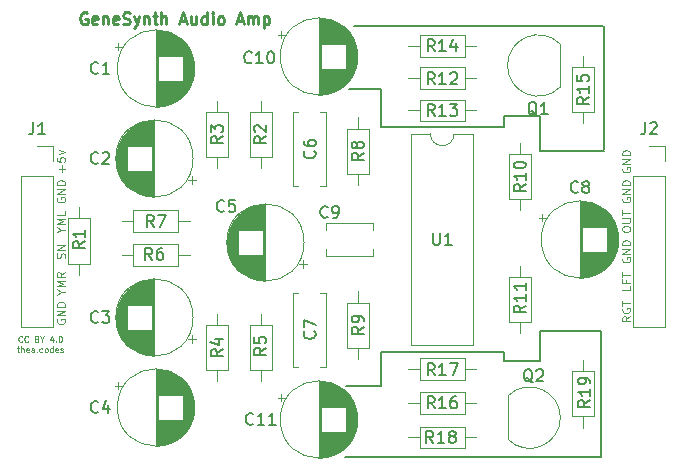
<source format=gbr>
G04 #@! TF.GenerationSoftware,KiCad,Pcbnew,(5.0.0-3-g5ebb6b6)*
G04 #@! TF.CreationDate,2018-10-06T14:24:39-07:00*
G04 #@! TF.ProjectId,Mega Amp,4D65676120416D702E6B696361645F70,v0*
G04 #@! TF.SameCoordinates,Original*
G04 #@! TF.FileFunction,Legend,Top*
G04 #@! TF.FilePolarity,Positive*
%FSLAX46Y46*%
G04 Gerber Fmt 4.6, Leading zero omitted, Abs format (unit mm)*
G04 Created by KiCad (PCBNEW (5.0.0-3-g5ebb6b6)) date Saturday, October 06, 2018 at 02:24:39 PM*
%MOMM*%
%LPD*%
G01*
G04 APERTURE LIST*
%ADD10C,0.100000*%
%ADD11C,0.125000*%
%ADD12C,0.250000*%
%ADD13C,0.200000*%
%ADD14C,0.120000*%
%ADD15C,0.150000*%
G04 APERTURE END LIST*
D10*
X128967666Y-105556000D02*
X128634333Y-105789333D01*
X128967666Y-105956000D02*
X128267666Y-105956000D01*
X128267666Y-105689333D01*
X128301000Y-105622666D01*
X128334333Y-105589333D01*
X128401000Y-105556000D01*
X128501000Y-105556000D01*
X128567666Y-105589333D01*
X128601000Y-105622666D01*
X128634333Y-105689333D01*
X128634333Y-105956000D01*
X128301000Y-104889333D02*
X128267666Y-104956000D01*
X128267666Y-105056000D01*
X128301000Y-105156000D01*
X128367666Y-105222666D01*
X128434333Y-105256000D01*
X128567666Y-105289333D01*
X128667666Y-105289333D01*
X128801000Y-105256000D01*
X128867666Y-105222666D01*
X128934333Y-105156000D01*
X128967666Y-105056000D01*
X128967666Y-104989333D01*
X128934333Y-104889333D01*
X128901000Y-104856000D01*
X128667666Y-104856000D01*
X128667666Y-104989333D01*
X128267666Y-104656000D02*
X128267666Y-104256000D01*
X128967666Y-104456000D02*
X128267666Y-104456000D01*
X128967666Y-102966000D02*
X128967666Y-103299333D01*
X128267666Y-103299333D01*
X128601000Y-102499333D02*
X128601000Y-102732666D01*
X128967666Y-102732666D02*
X128267666Y-102732666D01*
X128267666Y-102399333D01*
X128267666Y-102232666D02*
X128267666Y-101832666D01*
X128967666Y-102032666D02*
X128267666Y-102032666D01*
X128301000Y-100609333D02*
X128267666Y-100676000D01*
X128267666Y-100776000D01*
X128301000Y-100876000D01*
X128367666Y-100942666D01*
X128434333Y-100976000D01*
X128567666Y-101009333D01*
X128667666Y-101009333D01*
X128801000Y-100976000D01*
X128867666Y-100942666D01*
X128934333Y-100876000D01*
X128967666Y-100776000D01*
X128967666Y-100709333D01*
X128934333Y-100609333D01*
X128901000Y-100576000D01*
X128667666Y-100576000D01*
X128667666Y-100709333D01*
X128967666Y-100276000D02*
X128267666Y-100276000D01*
X128967666Y-99876000D01*
X128267666Y-99876000D01*
X128967666Y-99542666D02*
X128267666Y-99542666D01*
X128267666Y-99376000D01*
X128301000Y-99276000D01*
X128367666Y-99209333D01*
X128434333Y-99176000D01*
X128567666Y-99142666D01*
X128667666Y-99142666D01*
X128801000Y-99176000D01*
X128867666Y-99209333D01*
X128934333Y-99276000D01*
X128967666Y-99376000D01*
X128967666Y-99542666D01*
X128267666Y-98236000D02*
X128267666Y-98102666D01*
X128301000Y-98036000D01*
X128367666Y-97969333D01*
X128501000Y-97936000D01*
X128734333Y-97936000D01*
X128867666Y-97969333D01*
X128934333Y-98036000D01*
X128967666Y-98102666D01*
X128967666Y-98236000D01*
X128934333Y-98302666D01*
X128867666Y-98369333D01*
X128734333Y-98402666D01*
X128501000Y-98402666D01*
X128367666Y-98369333D01*
X128301000Y-98302666D01*
X128267666Y-98236000D01*
X128267666Y-97636000D02*
X128834333Y-97636000D01*
X128901000Y-97602666D01*
X128934333Y-97569333D01*
X128967666Y-97502666D01*
X128967666Y-97369333D01*
X128934333Y-97302666D01*
X128901000Y-97269333D01*
X128834333Y-97236000D01*
X128267666Y-97236000D01*
X128267666Y-97002666D02*
X128267666Y-96602666D01*
X128967666Y-96802666D02*
X128267666Y-96802666D01*
X128301000Y-92989333D02*
X128267666Y-93056000D01*
X128267666Y-93156000D01*
X128301000Y-93256000D01*
X128367666Y-93322666D01*
X128434333Y-93356000D01*
X128567666Y-93389333D01*
X128667666Y-93389333D01*
X128801000Y-93356000D01*
X128867666Y-93322666D01*
X128934333Y-93256000D01*
X128967666Y-93156000D01*
X128967666Y-93089333D01*
X128934333Y-92989333D01*
X128901000Y-92956000D01*
X128667666Y-92956000D01*
X128667666Y-93089333D01*
X128967666Y-92656000D02*
X128267666Y-92656000D01*
X128967666Y-92256000D01*
X128267666Y-92256000D01*
X128967666Y-91922666D02*
X128267666Y-91922666D01*
X128267666Y-91756000D01*
X128301000Y-91656000D01*
X128367666Y-91589333D01*
X128434333Y-91556000D01*
X128567666Y-91522666D01*
X128667666Y-91522666D01*
X128801000Y-91556000D01*
X128867666Y-91589333D01*
X128934333Y-91656000D01*
X128967666Y-91756000D01*
X128967666Y-91922666D01*
X128301000Y-95529333D02*
X128267666Y-95596000D01*
X128267666Y-95696000D01*
X128301000Y-95796000D01*
X128367666Y-95862666D01*
X128434333Y-95896000D01*
X128567666Y-95929333D01*
X128667666Y-95929333D01*
X128801000Y-95896000D01*
X128867666Y-95862666D01*
X128934333Y-95796000D01*
X128967666Y-95696000D01*
X128967666Y-95629333D01*
X128934333Y-95529333D01*
X128901000Y-95496000D01*
X128667666Y-95496000D01*
X128667666Y-95629333D01*
X128967666Y-95196000D02*
X128267666Y-95196000D01*
X128967666Y-94796000D01*
X128267666Y-94796000D01*
X128967666Y-94462666D02*
X128267666Y-94462666D01*
X128267666Y-94296000D01*
X128301000Y-94196000D01*
X128367666Y-94129333D01*
X128434333Y-94096000D01*
X128567666Y-94062666D01*
X128667666Y-94062666D01*
X128801000Y-94096000D01*
X128867666Y-94129333D01*
X128934333Y-94196000D01*
X128967666Y-94296000D01*
X128967666Y-94462666D01*
X81055333Y-100642666D02*
X81088666Y-100542666D01*
X81088666Y-100376000D01*
X81055333Y-100309333D01*
X81022000Y-100276000D01*
X80955333Y-100242666D01*
X80888666Y-100242666D01*
X80822000Y-100276000D01*
X80788666Y-100309333D01*
X80755333Y-100376000D01*
X80722000Y-100509333D01*
X80688666Y-100576000D01*
X80655333Y-100609333D01*
X80588666Y-100642666D01*
X80522000Y-100642666D01*
X80455333Y-100609333D01*
X80422000Y-100576000D01*
X80388666Y-100509333D01*
X80388666Y-100342666D01*
X80422000Y-100242666D01*
X81088666Y-99942666D02*
X80388666Y-99942666D01*
X81088666Y-99542666D01*
X80388666Y-99542666D01*
X80755333Y-98219333D02*
X81088666Y-98219333D01*
X80388666Y-98452666D02*
X80755333Y-98219333D01*
X80388666Y-97986000D01*
X81088666Y-97752666D02*
X80388666Y-97752666D01*
X80888666Y-97519333D01*
X80388666Y-97286000D01*
X81088666Y-97286000D01*
X81088666Y-96619333D02*
X81088666Y-96952666D01*
X80388666Y-96952666D01*
X80755333Y-103493000D02*
X81088666Y-103493000D01*
X80388666Y-103726333D02*
X80755333Y-103493000D01*
X80388666Y-103259666D01*
X81088666Y-103026333D02*
X80388666Y-103026333D01*
X80888666Y-102793000D01*
X80388666Y-102559666D01*
X81088666Y-102559666D01*
X81088666Y-101826333D02*
X80755333Y-102059666D01*
X81088666Y-102226333D02*
X80388666Y-102226333D01*
X80388666Y-101959666D01*
X80422000Y-101893000D01*
X80455333Y-101859666D01*
X80522000Y-101826333D01*
X80622000Y-101826333D01*
X80688666Y-101859666D01*
X80722000Y-101893000D01*
X80755333Y-101959666D01*
X80755333Y-102226333D01*
X80422000Y-95529333D02*
X80388666Y-95596000D01*
X80388666Y-95696000D01*
X80422000Y-95796000D01*
X80488666Y-95862666D01*
X80555333Y-95896000D01*
X80688666Y-95929333D01*
X80788666Y-95929333D01*
X80922000Y-95896000D01*
X80988666Y-95862666D01*
X81055333Y-95796000D01*
X81088666Y-95696000D01*
X81088666Y-95629333D01*
X81055333Y-95529333D01*
X81022000Y-95496000D01*
X80788666Y-95496000D01*
X80788666Y-95629333D01*
X81088666Y-95196000D02*
X80388666Y-95196000D01*
X81088666Y-94796000D01*
X80388666Y-94796000D01*
X81088666Y-94462666D02*
X80388666Y-94462666D01*
X80388666Y-94296000D01*
X80422000Y-94196000D01*
X80488666Y-94129333D01*
X80555333Y-94096000D01*
X80688666Y-94062666D01*
X80788666Y-94062666D01*
X80922000Y-94096000D01*
X80988666Y-94129333D01*
X81055333Y-94196000D01*
X81088666Y-94296000D01*
X81088666Y-94462666D01*
X80422000Y-105816333D02*
X80388666Y-105883000D01*
X80388666Y-105983000D01*
X80422000Y-106083000D01*
X80488666Y-106149666D01*
X80555333Y-106183000D01*
X80688666Y-106216333D01*
X80788666Y-106216333D01*
X80922000Y-106183000D01*
X80988666Y-106149666D01*
X81055333Y-106083000D01*
X81088666Y-105983000D01*
X81088666Y-105916333D01*
X81055333Y-105816333D01*
X81022000Y-105783000D01*
X80788666Y-105783000D01*
X80788666Y-105916333D01*
X81088666Y-105483000D02*
X80388666Y-105483000D01*
X81088666Y-105083000D01*
X80388666Y-105083000D01*
X81088666Y-104749666D02*
X80388666Y-104749666D01*
X80388666Y-104583000D01*
X80422000Y-104483000D01*
X80488666Y-104416333D01*
X80555333Y-104383000D01*
X80688666Y-104349666D01*
X80788666Y-104349666D01*
X80922000Y-104383000D01*
X80988666Y-104416333D01*
X81055333Y-104483000D01*
X81088666Y-104583000D01*
X81088666Y-104749666D01*
X80822000Y-93322666D02*
X80822000Y-92789333D01*
X81088666Y-93056000D02*
X80555333Y-93056000D01*
X80388666Y-92122666D02*
X80388666Y-92456000D01*
X80722000Y-92489333D01*
X80688666Y-92456000D01*
X80655333Y-92389333D01*
X80655333Y-92222666D01*
X80688666Y-92156000D01*
X80722000Y-92122666D01*
X80788666Y-92089333D01*
X80955333Y-92089333D01*
X81022000Y-92122666D01*
X81055333Y-92156000D01*
X81088666Y-92222666D01*
X81088666Y-92389333D01*
X81055333Y-92456000D01*
X81022000Y-92489333D01*
X80622000Y-91856000D02*
X81088666Y-91689333D01*
X80622000Y-91522666D01*
D11*
X77458285Y-107691071D02*
X77434476Y-107714880D01*
X77363047Y-107738690D01*
X77315428Y-107738690D01*
X77244000Y-107714880D01*
X77196380Y-107667261D01*
X77172571Y-107619642D01*
X77148761Y-107524404D01*
X77148761Y-107452976D01*
X77172571Y-107357738D01*
X77196380Y-107310119D01*
X77244000Y-107262500D01*
X77315428Y-107238690D01*
X77363047Y-107238690D01*
X77434476Y-107262500D01*
X77458285Y-107286309D01*
X77958285Y-107691071D02*
X77934476Y-107714880D01*
X77863047Y-107738690D01*
X77815428Y-107738690D01*
X77744000Y-107714880D01*
X77696380Y-107667261D01*
X77672571Y-107619642D01*
X77648761Y-107524404D01*
X77648761Y-107452976D01*
X77672571Y-107357738D01*
X77696380Y-107310119D01*
X77744000Y-107262500D01*
X77815428Y-107238690D01*
X77863047Y-107238690D01*
X77934476Y-107262500D01*
X77958285Y-107286309D01*
X78720190Y-107476785D02*
X78791619Y-107500595D01*
X78815428Y-107524404D01*
X78839238Y-107572023D01*
X78839238Y-107643452D01*
X78815428Y-107691071D01*
X78791619Y-107714880D01*
X78744000Y-107738690D01*
X78553523Y-107738690D01*
X78553523Y-107238690D01*
X78720190Y-107238690D01*
X78767809Y-107262500D01*
X78791619Y-107286309D01*
X78815428Y-107333928D01*
X78815428Y-107381547D01*
X78791619Y-107429166D01*
X78767809Y-107452976D01*
X78720190Y-107476785D01*
X78553523Y-107476785D01*
X79148761Y-107500595D02*
X79148761Y-107738690D01*
X78982095Y-107238690D02*
X79148761Y-107500595D01*
X79315428Y-107238690D01*
X80077333Y-107405357D02*
X80077333Y-107738690D01*
X79958285Y-107214880D02*
X79839238Y-107572023D01*
X80148761Y-107572023D01*
X80339238Y-107691071D02*
X80363047Y-107714880D01*
X80339238Y-107738690D01*
X80315428Y-107714880D01*
X80339238Y-107691071D01*
X80339238Y-107738690D01*
X80672571Y-107238690D02*
X80720190Y-107238690D01*
X80767809Y-107262500D01*
X80791619Y-107286309D01*
X80815428Y-107333928D01*
X80839238Y-107429166D01*
X80839238Y-107548214D01*
X80815428Y-107643452D01*
X80791619Y-107691071D01*
X80767809Y-107714880D01*
X80720190Y-107738690D01*
X80672571Y-107738690D01*
X80624952Y-107714880D01*
X80601142Y-107691071D01*
X80577333Y-107643452D01*
X80553523Y-107548214D01*
X80553523Y-107429166D01*
X80577333Y-107333928D01*
X80601142Y-107286309D01*
X80624952Y-107262500D01*
X80672571Y-107238690D01*
X77029714Y-108280357D02*
X77220190Y-108280357D01*
X77101142Y-108113690D02*
X77101142Y-108542261D01*
X77124952Y-108589880D01*
X77172571Y-108613690D01*
X77220190Y-108613690D01*
X77386857Y-108613690D02*
X77386857Y-108113690D01*
X77601142Y-108613690D02*
X77601142Y-108351785D01*
X77577333Y-108304166D01*
X77529714Y-108280357D01*
X77458285Y-108280357D01*
X77410666Y-108304166D01*
X77386857Y-108327976D01*
X78029714Y-108589880D02*
X77982095Y-108613690D01*
X77886857Y-108613690D01*
X77839238Y-108589880D01*
X77815428Y-108542261D01*
X77815428Y-108351785D01*
X77839238Y-108304166D01*
X77886857Y-108280357D01*
X77982095Y-108280357D01*
X78029714Y-108304166D01*
X78053523Y-108351785D01*
X78053523Y-108399404D01*
X77815428Y-108447023D01*
X78482095Y-108613690D02*
X78482095Y-108351785D01*
X78458285Y-108304166D01*
X78410666Y-108280357D01*
X78315428Y-108280357D01*
X78267809Y-108304166D01*
X78482095Y-108589880D02*
X78434476Y-108613690D01*
X78315428Y-108613690D01*
X78267809Y-108589880D01*
X78244000Y-108542261D01*
X78244000Y-108494642D01*
X78267809Y-108447023D01*
X78315428Y-108423214D01*
X78434476Y-108423214D01*
X78482095Y-108399404D01*
X78720190Y-108566071D02*
X78744000Y-108589880D01*
X78720190Y-108613690D01*
X78696380Y-108589880D01*
X78720190Y-108566071D01*
X78720190Y-108613690D01*
X79172571Y-108589880D02*
X79124952Y-108613690D01*
X79029714Y-108613690D01*
X78982095Y-108589880D01*
X78958285Y-108566071D01*
X78934476Y-108518452D01*
X78934476Y-108375595D01*
X78958285Y-108327976D01*
X78982095Y-108304166D01*
X79029714Y-108280357D01*
X79124952Y-108280357D01*
X79172571Y-108304166D01*
X79458285Y-108613690D02*
X79410666Y-108589880D01*
X79386857Y-108566071D01*
X79363047Y-108518452D01*
X79363047Y-108375595D01*
X79386857Y-108327976D01*
X79410666Y-108304166D01*
X79458285Y-108280357D01*
X79529714Y-108280357D01*
X79577333Y-108304166D01*
X79601142Y-108327976D01*
X79624952Y-108375595D01*
X79624952Y-108518452D01*
X79601142Y-108566071D01*
X79577333Y-108589880D01*
X79529714Y-108613690D01*
X79458285Y-108613690D01*
X80053523Y-108613690D02*
X80053523Y-108113690D01*
X80053523Y-108589880D02*
X80005904Y-108613690D01*
X79910666Y-108613690D01*
X79863047Y-108589880D01*
X79839238Y-108566071D01*
X79815428Y-108518452D01*
X79815428Y-108375595D01*
X79839238Y-108327976D01*
X79863047Y-108304166D01*
X79910666Y-108280357D01*
X80005904Y-108280357D01*
X80053523Y-108304166D01*
X80482095Y-108589880D02*
X80434476Y-108613690D01*
X80339238Y-108613690D01*
X80291619Y-108589880D01*
X80267809Y-108542261D01*
X80267809Y-108351785D01*
X80291619Y-108304166D01*
X80339238Y-108280357D01*
X80434476Y-108280357D01*
X80482095Y-108304166D01*
X80505904Y-108351785D01*
X80505904Y-108399404D01*
X80267809Y-108447023D01*
X80696380Y-108589880D02*
X80744000Y-108613690D01*
X80839238Y-108613690D01*
X80886857Y-108589880D01*
X80910666Y-108542261D01*
X80910666Y-108518452D01*
X80886857Y-108470833D01*
X80839238Y-108447023D01*
X80767809Y-108447023D01*
X80720190Y-108423214D01*
X80696380Y-108375595D01*
X80696380Y-108351785D01*
X80720190Y-108304166D01*
X80767809Y-108280357D01*
X80839238Y-108280357D01*
X80886857Y-108304166D01*
D12*
X82966404Y-79891000D02*
X82871166Y-79843380D01*
X82728309Y-79843380D01*
X82585452Y-79891000D01*
X82490214Y-79986238D01*
X82442595Y-80081476D01*
X82394976Y-80271952D01*
X82394976Y-80414809D01*
X82442595Y-80605285D01*
X82490214Y-80700523D01*
X82585452Y-80795761D01*
X82728309Y-80843380D01*
X82823547Y-80843380D01*
X82966404Y-80795761D01*
X83014023Y-80748142D01*
X83014023Y-80414809D01*
X82823547Y-80414809D01*
X83823547Y-80795761D02*
X83728309Y-80843380D01*
X83537833Y-80843380D01*
X83442595Y-80795761D01*
X83394976Y-80700523D01*
X83394976Y-80319571D01*
X83442595Y-80224333D01*
X83537833Y-80176714D01*
X83728309Y-80176714D01*
X83823547Y-80224333D01*
X83871166Y-80319571D01*
X83871166Y-80414809D01*
X83394976Y-80510047D01*
X84299738Y-80176714D02*
X84299738Y-80843380D01*
X84299738Y-80271952D02*
X84347357Y-80224333D01*
X84442595Y-80176714D01*
X84585452Y-80176714D01*
X84680690Y-80224333D01*
X84728309Y-80319571D01*
X84728309Y-80843380D01*
X85585452Y-80795761D02*
X85490214Y-80843380D01*
X85299738Y-80843380D01*
X85204500Y-80795761D01*
X85156880Y-80700523D01*
X85156880Y-80319571D01*
X85204500Y-80224333D01*
X85299738Y-80176714D01*
X85490214Y-80176714D01*
X85585452Y-80224333D01*
X85633071Y-80319571D01*
X85633071Y-80414809D01*
X85156880Y-80510047D01*
X86014023Y-80795761D02*
X86156880Y-80843380D01*
X86394976Y-80843380D01*
X86490214Y-80795761D01*
X86537833Y-80748142D01*
X86585452Y-80652904D01*
X86585452Y-80557666D01*
X86537833Y-80462428D01*
X86490214Y-80414809D01*
X86394976Y-80367190D01*
X86204500Y-80319571D01*
X86109261Y-80271952D01*
X86061642Y-80224333D01*
X86014023Y-80129095D01*
X86014023Y-80033857D01*
X86061642Y-79938619D01*
X86109261Y-79891000D01*
X86204500Y-79843380D01*
X86442595Y-79843380D01*
X86585452Y-79891000D01*
X86918785Y-80176714D02*
X87156880Y-80843380D01*
X87394976Y-80176714D02*
X87156880Y-80843380D01*
X87061642Y-81081476D01*
X87014023Y-81129095D01*
X86918785Y-81176714D01*
X87775928Y-80176714D02*
X87775928Y-80843380D01*
X87775928Y-80271952D02*
X87823547Y-80224333D01*
X87918785Y-80176714D01*
X88061642Y-80176714D01*
X88156880Y-80224333D01*
X88204500Y-80319571D01*
X88204500Y-80843380D01*
X88537833Y-80176714D02*
X88918785Y-80176714D01*
X88680690Y-79843380D02*
X88680690Y-80700523D01*
X88728309Y-80795761D01*
X88823547Y-80843380D01*
X88918785Y-80843380D01*
X89252119Y-80843380D02*
X89252119Y-79843380D01*
X89680690Y-80843380D02*
X89680690Y-80319571D01*
X89633071Y-80224333D01*
X89537833Y-80176714D01*
X89394976Y-80176714D01*
X89299738Y-80224333D01*
X89252119Y-80271952D01*
X90871166Y-80557666D02*
X91347357Y-80557666D01*
X90775928Y-80843380D02*
X91109261Y-79843380D01*
X91442595Y-80843380D01*
X92204500Y-80176714D02*
X92204500Y-80843380D01*
X91775928Y-80176714D02*
X91775928Y-80700523D01*
X91823547Y-80795761D01*
X91918785Y-80843380D01*
X92061642Y-80843380D01*
X92156880Y-80795761D01*
X92204500Y-80748142D01*
X93109261Y-80843380D02*
X93109261Y-79843380D01*
X93109261Y-80795761D02*
X93014023Y-80843380D01*
X92823547Y-80843380D01*
X92728309Y-80795761D01*
X92680690Y-80748142D01*
X92633071Y-80652904D01*
X92633071Y-80367190D01*
X92680690Y-80271952D01*
X92728309Y-80224333D01*
X92823547Y-80176714D01*
X93014023Y-80176714D01*
X93109261Y-80224333D01*
X93585452Y-80843380D02*
X93585452Y-80176714D01*
X93585452Y-79843380D02*
X93537833Y-79891000D01*
X93585452Y-79938619D01*
X93633071Y-79891000D01*
X93585452Y-79843380D01*
X93585452Y-79938619D01*
X94204500Y-80843380D02*
X94109261Y-80795761D01*
X94061642Y-80748142D01*
X94014023Y-80652904D01*
X94014023Y-80367190D01*
X94061642Y-80271952D01*
X94109261Y-80224333D01*
X94204500Y-80176714D01*
X94347357Y-80176714D01*
X94442595Y-80224333D01*
X94490214Y-80271952D01*
X94537833Y-80367190D01*
X94537833Y-80652904D01*
X94490214Y-80748142D01*
X94442595Y-80795761D01*
X94347357Y-80843380D01*
X94204500Y-80843380D01*
X95680690Y-80557666D02*
X96156880Y-80557666D01*
X95585452Y-80843380D02*
X95918785Y-79843380D01*
X96252119Y-80843380D01*
X96585452Y-80843380D02*
X96585452Y-80176714D01*
X96585452Y-80271952D02*
X96633071Y-80224333D01*
X96728309Y-80176714D01*
X96871166Y-80176714D01*
X96966404Y-80224333D01*
X97014023Y-80319571D01*
X97014023Y-80843380D01*
X97014023Y-80319571D02*
X97061642Y-80224333D01*
X97156880Y-80176714D01*
X97299738Y-80176714D01*
X97394976Y-80224333D01*
X97442595Y-80319571D01*
X97442595Y-80843380D01*
X97918785Y-80176714D02*
X97918785Y-81176714D01*
X97918785Y-80224333D02*
X98014023Y-80176714D01*
X98204500Y-80176714D01*
X98299738Y-80224333D01*
X98347357Y-80271952D01*
X98394976Y-80367190D01*
X98394976Y-80652904D01*
X98347357Y-80748142D01*
X98299738Y-80795761D01*
X98204500Y-80843380D01*
X98014023Y-80843380D01*
X97918785Y-80795761D01*
D13*
X107823000Y-86360000D02*
X105156000Y-86360000D01*
X107823000Y-89535000D02*
X107823000Y-86360000D01*
X118237000Y-89535000D02*
X107823000Y-89535000D01*
X118237000Y-88646000D02*
X118237000Y-89535000D01*
X121285000Y-88646000D02*
X118237000Y-88646000D01*
X121285000Y-91567000D02*
X121285000Y-88646000D01*
X107823000Y-111506000D02*
X104902000Y-111506000D01*
X107823000Y-108585000D02*
X107823000Y-111506000D01*
X118237000Y-108585000D02*
X107823000Y-108585000D01*
X118237000Y-109347000D02*
X118237000Y-108585000D01*
X121285000Y-109347000D02*
X118237000Y-109347000D01*
X121285000Y-106807000D02*
X121285000Y-109347000D01*
X126365000Y-117475000D02*
X104775000Y-117475000D01*
X126492000Y-106807000D02*
X121285000Y-106807000D01*
X126492000Y-117475000D02*
X126492000Y-106807000D01*
X126746000Y-91567000D02*
X121285000Y-91567000D01*
X126746000Y-81026000D02*
X126746000Y-91440000D01*
X105537000Y-81026000D02*
X126619000Y-81026000D01*
D14*
G04 #@! TO.C,R13*
X110160000Y-88138000D02*
X111110000Y-88138000D01*
X115900000Y-88138000D02*
X114950000Y-88138000D01*
X111110000Y-89058000D02*
X114950000Y-89058000D01*
X111110000Y-87218000D02*
X111110000Y-89058000D01*
X114950000Y-87218000D02*
X111110000Y-87218000D01*
X114950000Y-89058000D02*
X114950000Y-87218000D01*
G04 #@! TO.C,R14*
X114950000Y-83570000D02*
X114950000Y-81730000D01*
X114950000Y-81730000D02*
X111110000Y-81730000D01*
X111110000Y-81730000D02*
X111110000Y-83570000D01*
X111110000Y-83570000D02*
X114950000Y-83570000D01*
X115900000Y-82650000D02*
X114950000Y-82650000D01*
X110160000Y-82650000D02*
X111110000Y-82650000D01*
G04 #@! TO.C,R15*
X124968000Y-89230000D02*
X124968000Y-88280000D01*
X124968000Y-83490000D02*
X124968000Y-84440000D01*
X125888000Y-88280000D02*
X125888000Y-84440000D01*
X124048000Y-88280000D02*
X125888000Y-88280000D01*
X124048000Y-84440000D02*
X124048000Y-88280000D01*
X125888000Y-84440000D02*
X124048000Y-84440000D01*
G04 #@! TO.C,R16*
X115900000Y-112928400D02*
X114950000Y-112928400D01*
X110160000Y-112928400D02*
X111110000Y-112928400D01*
X114950000Y-112008400D02*
X111110000Y-112008400D01*
X114950000Y-113848400D02*
X114950000Y-112008400D01*
X111110000Y-113848400D02*
X114950000Y-113848400D01*
X111110000Y-112008400D02*
X111110000Y-113848400D01*
G04 #@! TO.C,R17*
X114950000Y-110952800D02*
X114950000Y-109112800D01*
X114950000Y-109112800D02*
X111110000Y-109112800D01*
X111110000Y-109112800D02*
X111110000Y-110952800D01*
X111110000Y-110952800D02*
X114950000Y-110952800D01*
X115900000Y-110032800D02*
X114950000Y-110032800D01*
X110160000Y-110032800D02*
X111110000Y-110032800D01*
G04 #@! TO.C,R18*
X110160000Y-115824000D02*
X111110000Y-115824000D01*
X115900000Y-115824000D02*
X114950000Y-115824000D01*
X111110000Y-116744000D02*
X114950000Y-116744000D01*
X111110000Y-114904000D02*
X111110000Y-116744000D01*
X114950000Y-114904000D02*
X111110000Y-114904000D01*
X114950000Y-116744000D02*
X114950000Y-114904000D01*
G04 #@! TO.C,R19*
X124048000Y-114034000D02*
X125888000Y-114034000D01*
X125888000Y-114034000D02*
X125888000Y-110194000D01*
X125888000Y-110194000D02*
X124048000Y-110194000D01*
X124048000Y-110194000D02*
X124048000Y-114034000D01*
X124968000Y-114984000D02*
X124968000Y-114034000D01*
X124968000Y-109244000D02*
X124968000Y-110194000D01*
G04 #@! TO.C,C1*
X85616000Y-82428000D02*
X85616000Y-83058000D01*
X85301000Y-82743000D02*
X85931000Y-82743000D01*
X92042241Y-84180000D02*
X92042241Y-84984000D01*
X92002241Y-83949000D02*
X92002241Y-85215000D01*
X91962241Y-83780000D02*
X91962241Y-85384000D01*
X91922241Y-83642000D02*
X91922241Y-85522000D01*
X91882241Y-83523000D02*
X91882241Y-85641000D01*
X91842241Y-83417000D02*
X91842241Y-85747000D01*
X91802241Y-83320000D02*
X91802241Y-85844000D01*
X91762241Y-83232000D02*
X91762241Y-85932000D01*
X91722241Y-83150000D02*
X91722241Y-86014000D01*
X91682241Y-83073000D02*
X91682241Y-86091000D01*
X91642241Y-83001000D02*
X91642241Y-86163000D01*
X91602241Y-82932000D02*
X91602241Y-86232000D01*
X91562241Y-82868000D02*
X91562241Y-86296000D01*
X91522241Y-82806000D02*
X91522241Y-86358000D01*
X91482241Y-82748000D02*
X91482241Y-86416000D01*
X91442241Y-82692000D02*
X91442241Y-86472000D01*
X91402241Y-82638000D02*
X91402241Y-86526000D01*
X91362241Y-82587000D02*
X91362241Y-86577000D01*
X91322241Y-82538000D02*
X91322241Y-86626000D01*
X91282241Y-82490000D02*
X91282241Y-86674000D01*
X91242241Y-82445000D02*
X91242241Y-86719000D01*
X91202241Y-82400000D02*
X91202241Y-86764000D01*
X91162241Y-82358000D02*
X91162241Y-86806000D01*
X91122241Y-82317000D02*
X91122241Y-86847000D01*
X91082241Y-85622000D02*
X91082241Y-86887000D01*
X91082241Y-82277000D02*
X91082241Y-83542000D01*
X91042241Y-85622000D02*
X91042241Y-86925000D01*
X91042241Y-82239000D02*
X91042241Y-83542000D01*
X91002241Y-85622000D02*
X91002241Y-86962000D01*
X91002241Y-82202000D02*
X91002241Y-83542000D01*
X90962241Y-85622000D02*
X90962241Y-86998000D01*
X90962241Y-82166000D02*
X90962241Y-83542000D01*
X90922241Y-85622000D02*
X90922241Y-87032000D01*
X90922241Y-82132000D02*
X90922241Y-83542000D01*
X90882241Y-85622000D02*
X90882241Y-87066000D01*
X90882241Y-82098000D02*
X90882241Y-83542000D01*
X90842241Y-85622000D02*
X90842241Y-87098000D01*
X90842241Y-82066000D02*
X90842241Y-83542000D01*
X90802241Y-85622000D02*
X90802241Y-87130000D01*
X90802241Y-82034000D02*
X90802241Y-83542000D01*
X90762241Y-85622000D02*
X90762241Y-87160000D01*
X90762241Y-82004000D02*
X90762241Y-83542000D01*
X90722241Y-85622000D02*
X90722241Y-87189000D01*
X90722241Y-81975000D02*
X90722241Y-83542000D01*
X90682241Y-85622000D02*
X90682241Y-87218000D01*
X90682241Y-81946000D02*
X90682241Y-83542000D01*
X90642241Y-85622000D02*
X90642241Y-87246000D01*
X90642241Y-81918000D02*
X90642241Y-83542000D01*
X90602241Y-85622000D02*
X90602241Y-87272000D01*
X90602241Y-81892000D02*
X90602241Y-83542000D01*
X90562241Y-85622000D02*
X90562241Y-87298000D01*
X90562241Y-81866000D02*
X90562241Y-83542000D01*
X90522241Y-85622000D02*
X90522241Y-87324000D01*
X90522241Y-81840000D02*
X90522241Y-83542000D01*
X90482241Y-85622000D02*
X90482241Y-87348000D01*
X90482241Y-81816000D02*
X90482241Y-83542000D01*
X90442241Y-85622000D02*
X90442241Y-87372000D01*
X90442241Y-81792000D02*
X90442241Y-83542000D01*
X90402241Y-85622000D02*
X90402241Y-87394000D01*
X90402241Y-81770000D02*
X90402241Y-83542000D01*
X90362241Y-85622000D02*
X90362241Y-87416000D01*
X90362241Y-81748000D02*
X90362241Y-83542000D01*
X90322241Y-85622000D02*
X90322241Y-87438000D01*
X90322241Y-81726000D02*
X90322241Y-83542000D01*
X90282241Y-85622000D02*
X90282241Y-87458000D01*
X90282241Y-81706000D02*
X90282241Y-83542000D01*
X90242241Y-85622000D02*
X90242241Y-87478000D01*
X90242241Y-81686000D02*
X90242241Y-83542000D01*
X90202241Y-85622000D02*
X90202241Y-87498000D01*
X90202241Y-81666000D02*
X90202241Y-83542000D01*
X90162241Y-85622000D02*
X90162241Y-87516000D01*
X90162241Y-81648000D02*
X90162241Y-83542000D01*
X90122241Y-85622000D02*
X90122241Y-87534000D01*
X90122241Y-81630000D02*
X90122241Y-83542000D01*
X90082241Y-85622000D02*
X90082241Y-87552000D01*
X90082241Y-81612000D02*
X90082241Y-83542000D01*
X90042241Y-85622000D02*
X90042241Y-87568000D01*
X90042241Y-81596000D02*
X90042241Y-83542000D01*
X90002241Y-85622000D02*
X90002241Y-87584000D01*
X90002241Y-81580000D02*
X90002241Y-83542000D01*
X89962241Y-85622000D02*
X89962241Y-87600000D01*
X89962241Y-81564000D02*
X89962241Y-83542000D01*
X89922241Y-85622000D02*
X89922241Y-87615000D01*
X89922241Y-81549000D02*
X89922241Y-83542000D01*
X89882241Y-85622000D02*
X89882241Y-87629000D01*
X89882241Y-81535000D02*
X89882241Y-83542000D01*
X89842241Y-85622000D02*
X89842241Y-87643000D01*
X89842241Y-81521000D02*
X89842241Y-83542000D01*
X89802241Y-85622000D02*
X89802241Y-87656000D01*
X89802241Y-81508000D02*
X89802241Y-83542000D01*
X89762241Y-85622000D02*
X89762241Y-87668000D01*
X89762241Y-81496000D02*
X89762241Y-83542000D01*
X89722241Y-85622000D02*
X89722241Y-87680000D01*
X89722241Y-81484000D02*
X89722241Y-83542000D01*
X89682241Y-85622000D02*
X89682241Y-87692000D01*
X89682241Y-81472000D02*
X89682241Y-83542000D01*
X89642241Y-85622000D02*
X89642241Y-87703000D01*
X89642241Y-81461000D02*
X89642241Y-83542000D01*
X89602241Y-85622000D02*
X89602241Y-87713000D01*
X89602241Y-81451000D02*
X89602241Y-83542000D01*
X89562241Y-85622000D02*
X89562241Y-87723000D01*
X89562241Y-81441000D02*
X89562241Y-83542000D01*
X89522241Y-85622000D02*
X89522241Y-87732000D01*
X89522241Y-81432000D02*
X89522241Y-83542000D01*
X89481241Y-85622000D02*
X89481241Y-87741000D01*
X89481241Y-81423000D02*
X89481241Y-83542000D01*
X89441241Y-85622000D02*
X89441241Y-87749000D01*
X89441241Y-81415000D02*
X89441241Y-83542000D01*
X89401241Y-85622000D02*
X89401241Y-87757000D01*
X89401241Y-81407000D02*
X89401241Y-83542000D01*
X89361241Y-85622000D02*
X89361241Y-87764000D01*
X89361241Y-81400000D02*
X89361241Y-83542000D01*
X89321241Y-85622000D02*
X89321241Y-87771000D01*
X89321241Y-81393000D02*
X89321241Y-83542000D01*
X89281241Y-85622000D02*
X89281241Y-87777000D01*
X89281241Y-81387000D02*
X89281241Y-83542000D01*
X89241241Y-85622000D02*
X89241241Y-87783000D01*
X89241241Y-81381000D02*
X89241241Y-83542000D01*
X89201241Y-85622000D02*
X89201241Y-87788000D01*
X89201241Y-81376000D02*
X89201241Y-83542000D01*
X89161241Y-85622000D02*
X89161241Y-87793000D01*
X89161241Y-81371000D02*
X89161241Y-83542000D01*
X89121241Y-85622000D02*
X89121241Y-87797000D01*
X89121241Y-81367000D02*
X89121241Y-83542000D01*
X89081241Y-85622000D02*
X89081241Y-87800000D01*
X89081241Y-81364000D02*
X89081241Y-83542000D01*
X89041241Y-85622000D02*
X89041241Y-87804000D01*
X89041241Y-81360000D02*
X89041241Y-83542000D01*
X89001241Y-81358000D02*
X89001241Y-87806000D01*
X88961241Y-81355000D02*
X88961241Y-87809000D01*
X88921241Y-81354000D02*
X88921241Y-87810000D01*
X88881241Y-81352000D02*
X88881241Y-87812000D01*
X88841241Y-81352000D02*
X88841241Y-87812000D01*
X88801241Y-81352000D02*
X88801241Y-87812000D01*
X92071241Y-84582000D02*
G75*
G03X92071241Y-84582000I-3270000J0D01*
G01*
G04 #@! TO.C,C2*
X91936000Y-92202400D02*
G75*
G03X91936000Y-92202400I-3270000J0D01*
G01*
X88666000Y-95432400D02*
X88666000Y-88972400D01*
X88626000Y-95432400D02*
X88626000Y-88972400D01*
X88586000Y-95432400D02*
X88586000Y-88972400D01*
X88546000Y-95430400D02*
X88546000Y-88974400D01*
X88506000Y-95429400D02*
X88506000Y-88975400D01*
X88466000Y-95426400D02*
X88466000Y-88978400D01*
X88426000Y-95424400D02*
X88426000Y-93242400D01*
X88426000Y-91162400D02*
X88426000Y-88980400D01*
X88386000Y-95420400D02*
X88386000Y-93242400D01*
X88386000Y-91162400D02*
X88386000Y-88984400D01*
X88346000Y-95417400D02*
X88346000Y-93242400D01*
X88346000Y-91162400D02*
X88346000Y-88987400D01*
X88306000Y-95413400D02*
X88306000Y-93242400D01*
X88306000Y-91162400D02*
X88306000Y-88991400D01*
X88266000Y-95408400D02*
X88266000Y-93242400D01*
X88266000Y-91162400D02*
X88266000Y-88996400D01*
X88226000Y-95403400D02*
X88226000Y-93242400D01*
X88226000Y-91162400D02*
X88226000Y-89001400D01*
X88186000Y-95397400D02*
X88186000Y-93242400D01*
X88186000Y-91162400D02*
X88186000Y-89007400D01*
X88146000Y-95391400D02*
X88146000Y-93242400D01*
X88146000Y-91162400D02*
X88146000Y-89013400D01*
X88106000Y-95384400D02*
X88106000Y-93242400D01*
X88106000Y-91162400D02*
X88106000Y-89020400D01*
X88066000Y-95377400D02*
X88066000Y-93242400D01*
X88066000Y-91162400D02*
X88066000Y-89027400D01*
X88026000Y-95369400D02*
X88026000Y-93242400D01*
X88026000Y-91162400D02*
X88026000Y-89035400D01*
X87986000Y-95361400D02*
X87986000Y-93242400D01*
X87986000Y-91162400D02*
X87986000Y-89043400D01*
X87945000Y-95352400D02*
X87945000Y-93242400D01*
X87945000Y-91162400D02*
X87945000Y-89052400D01*
X87905000Y-95343400D02*
X87905000Y-93242400D01*
X87905000Y-91162400D02*
X87905000Y-89061400D01*
X87865000Y-95333400D02*
X87865000Y-93242400D01*
X87865000Y-91162400D02*
X87865000Y-89071400D01*
X87825000Y-95323400D02*
X87825000Y-93242400D01*
X87825000Y-91162400D02*
X87825000Y-89081400D01*
X87785000Y-95312400D02*
X87785000Y-93242400D01*
X87785000Y-91162400D02*
X87785000Y-89092400D01*
X87745000Y-95300400D02*
X87745000Y-93242400D01*
X87745000Y-91162400D02*
X87745000Y-89104400D01*
X87705000Y-95288400D02*
X87705000Y-93242400D01*
X87705000Y-91162400D02*
X87705000Y-89116400D01*
X87665000Y-95276400D02*
X87665000Y-93242400D01*
X87665000Y-91162400D02*
X87665000Y-89128400D01*
X87625000Y-95263400D02*
X87625000Y-93242400D01*
X87625000Y-91162400D02*
X87625000Y-89141400D01*
X87585000Y-95249400D02*
X87585000Y-93242400D01*
X87585000Y-91162400D02*
X87585000Y-89155400D01*
X87545000Y-95235400D02*
X87545000Y-93242400D01*
X87545000Y-91162400D02*
X87545000Y-89169400D01*
X87505000Y-95220400D02*
X87505000Y-93242400D01*
X87505000Y-91162400D02*
X87505000Y-89184400D01*
X87465000Y-95204400D02*
X87465000Y-93242400D01*
X87465000Y-91162400D02*
X87465000Y-89200400D01*
X87425000Y-95188400D02*
X87425000Y-93242400D01*
X87425000Y-91162400D02*
X87425000Y-89216400D01*
X87385000Y-95172400D02*
X87385000Y-93242400D01*
X87385000Y-91162400D02*
X87385000Y-89232400D01*
X87345000Y-95154400D02*
X87345000Y-93242400D01*
X87345000Y-91162400D02*
X87345000Y-89250400D01*
X87305000Y-95136400D02*
X87305000Y-93242400D01*
X87305000Y-91162400D02*
X87305000Y-89268400D01*
X87265000Y-95118400D02*
X87265000Y-93242400D01*
X87265000Y-91162400D02*
X87265000Y-89286400D01*
X87225000Y-95098400D02*
X87225000Y-93242400D01*
X87225000Y-91162400D02*
X87225000Y-89306400D01*
X87185000Y-95078400D02*
X87185000Y-93242400D01*
X87185000Y-91162400D02*
X87185000Y-89326400D01*
X87145000Y-95058400D02*
X87145000Y-93242400D01*
X87145000Y-91162400D02*
X87145000Y-89346400D01*
X87105000Y-95036400D02*
X87105000Y-93242400D01*
X87105000Y-91162400D02*
X87105000Y-89368400D01*
X87065000Y-95014400D02*
X87065000Y-93242400D01*
X87065000Y-91162400D02*
X87065000Y-89390400D01*
X87025000Y-94992400D02*
X87025000Y-93242400D01*
X87025000Y-91162400D02*
X87025000Y-89412400D01*
X86985000Y-94968400D02*
X86985000Y-93242400D01*
X86985000Y-91162400D02*
X86985000Y-89436400D01*
X86945000Y-94944400D02*
X86945000Y-93242400D01*
X86945000Y-91162400D02*
X86945000Y-89460400D01*
X86905000Y-94918400D02*
X86905000Y-93242400D01*
X86905000Y-91162400D02*
X86905000Y-89486400D01*
X86865000Y-94892400D02*
X86865000Y-93242400D01*
X86865000Y-91162400D02*
X86865000Y-89512400D01*
X86825000Y-94866400D02*
X86825000Y-93242400D01*
X86825000Y-91162400D02*
X86825000Y-89538400D01*
X86785000Y-94838400D02*
X86785000Y-93242400D01*
X86785000Y-91162400D02*
X86785000Y-89566400D01*
X86745000Y-94809400D02*
X86745000Y-93242400D01*
X86745000Y-91162400D02*
X86745000Y-89595400D01*
X86705000Y-94780400D02*
X86705000Y-93242400D01*
X86705000Y-91162400D02*
X86705000Y-89624400D01*
X86665000Y-94750400D02*
X86665000Y-93242400D01*
X86665000Y-91162400D02*
X86665000Y-89654400D01*
X86625000Y-94718400D02*
X86625000Y-93242400D01*
X86625000Y-91162400D02*
X86625000Y-89686400D01*
X86585000Y-94686400D02*
X86585000Y-93242400D01*
X86585000Y-91162400D02*
X86585000Y-89718400D01*
X86545000Y-94652400D02*
X86545000Y-93242400D01*
X86545000Y-91162400D02*
X86545000Y-89752400D01*
X86505000Y-94618400D02*
X86505000Y-93242400D01*
X86505000Y-91162400D02*
X86505000Y-89786400D01*
X86465000Y-94582400D02*
X86465000Y-93242400D01*
X86465000Y-91162400D02*
X86465000Y-89822400D01*
X86425000Y-94545400D02*
X86425000Y-93242400D01*
X86425000Y-91162400D02*
X86425000Y-89859400D01*
X86385000Y-94507400D02*
X86385000Y-93242400D01*
X86385000Y-91162400D02*
X86385000Y-89897400D01*
X86345000Y-94467400D02*
X86345000Y-89937400D01*
X86305000Y-94426400D02*
X86305000Y-89978400D01*
X86265000Y-94384400D02*
X86265000Y-90020400D01*
X86225000Y-94339400D02*
X86225000Y-90065400D01*
X86185000Y-94294400D02*
X86185000Y-90110400D01*
X86145000Y-94246400D02*
X86145000Y-90158400D01*
X86105000Y-94197400D02*
X86105000Y-90207400D01*
X86065000Y-94146400D02*
X86065000Y-90258400D01*
X86025000Y-94092400D02*
X86025000Y-90312400D01*
X85985000Y-94036400D02*
X85985000Y-90368400D01*
X85945000Y-93978400D02*
X85945000Y-90426400D01*
X85905000Y-93916400D02*
X85905000Y-90488400D01*
X85865000Y-93852400D02*
X85865000Y-90552400D01*
X85825000Y-93783400D02*
X85825000Y-90621400D01*
X85785000Y-93711400D02*
X85785000Y-90693400D01*
X85745000Y-93634400D02*
X85745000Y-90770400D01*
X85705000Y-93552400D02*
X85705000Y-90852400D01*
X85665000Y-93464400D02*
X85665000Y-90940400D01*
X85625000Y-93367400D02*
X85625000Y-91037400D01*
X85585000Y-93261400D02*
X85585000Y-91143400D01*
X85545000Y-93142400D02*
X85545000Y-91262400D01*
X85505000Y-93004400D02*
X85505000Y-91400400D01*
X85465000Y-92835400D02*
X85465000Y-91569400D01*
X85425000Y-92604400D02*
X85425000Y-91800400D01*
X92166241Y-94041400D02*
X91536241Y-94041400D01*
X91851241Y-94356400D02*
X91851241Y-93726400D01*
G04 #@! TO.C,C3*
X91936000Y-105663600D02*
G75*
G03X91936000Y-105663600I-3270000J0D01*
G01*
X88666000Y-108893600D02*
X88666000Y-102433600D01*
X88626000Y-108893600D02*
X88626000Y-102433600D01*
X88586000Y-108893600D02*
X88586000Y-102433600D01*
X88546000Y-108891600D02*
X88546000Y-102435600D01*
X88506000Y-108890600D02*
X88506000Y-102436600D01*
X88466000Y-108887600D02*
X88466000Y-102439600D01*
X88426000Y-108885600D02*
X88426000Y-106703600D01*
X88426000Y-104623600D02*
X88426000Y-102441600D01*
X88386000Y-108881600D02*
X88386000Y-106703600D01*
X88386000Y-104623600D02*
X88386000Y-102445600D01*
X88346000Y-108878600D02*
X88346000Y-106703600D01*
X88346000Y-104623600D02*
X88346000Y-102448600D01*
X88306000Y-108874600D02*
X88306000Y-106703600D01*
X88306000Y-104623600D02*
X88306000Y-102452600D01*
X88266000Y-108869600D02*
X88266000Y-106703600D01*
X88266000Y-104623600D02*
X88266000Y-102457600D01*
X88226000Y-108864600D02*
X88226000Y-106703600D01*
X88226000Y-104623600D02*
X88226000Y-102462600D01*
X88186000Y-108858600D02*
X88186000Y-106703600D01*
X88186000Y-104623600D02*
X88186000Y-102468600D01*
X88146000Y-108852600D02*
X88146000Y-106703600D01*
X88146000Y-104623600D02*
X88146000Y-102474600D01*
X88106000Y-108845600D02*
X88106000Y-106703600D01*
X88106000Y-104623600D02*
X88106000Y-102481600D01*
X88066000Y-108838600D02*
X88066000Y-106703600D01*
X88066000Y-104623600D02*
X88066000Y-102488600D01*
X88026000Y-108830600D02*
X88026000Y-106703600D01*
X88026000Y-104623600D02*
X88026000Y-102496600D01*
X87986000Y-108822600D02*
X87986000Y-106703600D01*
X87986000Y-104623600D02*
X87986000Y-102504600D01*
X87945000Y-108813600D02*
X87945000Y-106703600D01*
X87945000Y-104623600D02*
X87945000Y-102513600D01*
X87905000Y-108804600D02*
X87905000Y-106703600D01*
X87905000Y-104623600D02*
X87905000Y-102522600D01*
X87865000Y-108794600D02*
X87865000Y-106703600D01*
X87865000Y-104623600D02*
X87865000Y-102532600D01*
X87825000Y-108784600D02*
X87825000Y-106703600D01*
X87825000Y-104623600D02*
X87825000Y-102542600D01*
X87785000Y-108773600D02*
X87785000Y-106703600D01*
X87785000Y-104623600D02*
X87785000Y-102553600D01*
X87745000Y-108761600D02*
X87745000Y-106703600D01*
X87745000Y-104623600D02*
X87745000Y-102565600D01*
X87705000Y-108749600D02*
X87705000Y-106703600D01*
X87705000Y-104623600D02*
X87705000Y-102577600D01*
X87665000Y-108737600D02*
X87665000Y-106703600D01*
X87665000Y-104623600D02*
X87665000Y-102589600D01*
X87625000Y-108724600D02*
X87625000Y-106703600D01*
X87625000Y-104623600D02*
X87625000Y-102602600D01*
X87585000Y-108710600D02*
X87585000Y-106703600D01*
X87585000Y-104623600D02*
X87585000Y-102616600D01*
X87545000Y-108696600D02*
X87545000Y-106703600D01*
X87545000Y-104623600D02*
X87545000Y-102630600D01*
X87505000Y-108681600D02*
X87505000Y-106703600D01*
X87505000Y-104623600D02*
X87505000Y-102645600D01*
X87465000Y-108665600D02*
X87465000Y-106703600D01*
X87465000Y-104623600D02*
X87465000Y-102661600D01*
X87425000Y-108649600D02*
X87425000Y-106703600D01*
X87425000Y-104623600D02*
X87425000Y-102677600D01*
X87385000Y-108633600D02*
X87385000Y-106703600D01*
X87385000Y-104623600D02*
X87385000Y-102693600D01*
X87345000Y-108615600D02*
X87345000Y-106703600D01*
X87345000Y-104623600D02*
X87345000Y-102711600D01*
X87305000Y-108597600D02*
X87305000Y-106703600D01*
X87305000Y-104623600D02*
X87305000Y-102729600D01*
X87265000Y-108579600D02*
X87265000Y-106703600D01*
X87265000Y-104623600D02*
X87265000Y-102747600D01*
X87225000Y-108559600D02*
X87225000Y-106703600D01*
X87225000Y-104623600D02*
X87225000Y-102767600D01*
X87185000Y-108539600D02*
X87185000Y-106703600D01*
X87185000Y-104623600D02*
X87185000Y-102787600D01*
X87145000Y-108519600D02*
X87145000Y-106703600D01*
X87145000Y-104623600D02*
X87145000Y-102807600D01*
X87105000Y-108497600D02*
X87105000Y-106703600D01*
X87105000Y-104623600D02*
X87105000Y-102829600D01*
X87065000Y-108475600D02*
X87065000Y-106703600D01*
X87065000Y-104623600D02*
X87065000Y-102851600D01*
X87025000Y-108453600D02*
X87025000Y-106703600D01*
X87025000Y-104623600D02*
X87025000Y-102873600D01*
X86985000Y-108429600D02*
X86985000Y-106703600D01*
X86985000Y-104623600D02*
X86985000Y-102897600D01*
X86945000Y-108405600D02*
X86945000Y-106703600D01*
X86945000Y-104623600D02*
X86945000Y-102921600D01*
X86905000Y-108379600D02*
X86905000Y-106703600D01*
X86905000Y-104623600D02*
X86905000Y-102947600D01*
X86865000Y-108353600D02*
X86865000Y-106703600D01*
X86865000Y-104623600D02*
X86865000Y-102973600D01*
X86825000Y-108327600D02*
X86825000Y-106703600D01*
X86825000Y-104623600D02*
X86825000Y-102999600D01*
X86785000Y-108299600D02*
X86785000Y-106703600D01*
X86785000Y-104623600D02*
X86785000Y-103027600D01*
X86745000Y-108270600D02*
X86745000Y-106703600D01*
X86745000Y-104623600D02*
X86745000Y-103056600D01*
X86705000Y-108241600D02*
X86705000Y-106703600D01*
X86705000Y-104623600D02*
X86705000Y-103085600D01*
X86665000Y-108211600D02*
X86665000Y-106703600D01*
X86665000Y-104623600D02*
X86665000Y-103115600D01*
X86625000Y-108179600D02*
X86625000Y-106703600D01*
X86625000Y-104623600D02*
X86625000Y-103147600D01*
X86585000Y-108147600D02*
X86585000Y-106703600D01*
X86585000Y-104623600D02*
X86585000Y-103179600D01*
X86545000Y-108113600D02*
X86545000Y-106703600D01*
X86545000Y-104623600D02*
X86545000Y-103213600D01*
X86505000Y-108079600D02*
X86505000Y-106703600D01*
X86505000Y-104623600D02*
X86505000Y-103247600D01*
X86465000Y-108043600D02*
X86465000Y-106703600D01*
X86465000Y-104623600D02*
X86465000Y-103283600D01*
X86425000Y-108006600D02*
X86425000Y-106703600D01*
X86425000Y-104623600D02*
X86425000Y-103320600D01*
X86385000Y-107968600D02*
X86385000Y-106703600D01*
X86385000Y-104623600D02*
X86385000Y-103358600D01*
X86345000Y-107928600D02*
X86345000Y-103398600D01*
X86305000Y-107887600D02*
X86305000Y-103439600D01*
X86265000Y-107845600D02*
X86265000Y-103481600D01*
X86225000Y-107800600D02*
X86225000Y-103526600D01*
X86185000Y-107755600D02*
X86185000Y-103571600D01*
X86145000Y-107707600D02*
X86145000Y-103619600D01*
X86105000Y-107658600D02*
X86105000Y-103668600D01*
X86065000Y-107607600D02*
X86065000Y-103719600D01*
X86025000Y-107553600D02*
X86025000Y-103773600D01*
X85985000Y-107497600D02*
X85985000Y-103829600D01*
X85945000Y-107439600D02*
X85945000Y-103887600D01*
X85905000Y-107377600D02*
X85905000Y-103949600D01*
X85865000Y-107313600D02*
X85865000Y-104013600D01*
X85825000Y-107244600D02*
X85825000Y-104082600D01*
X85785000Y-107172600D02*
X85785000Y-104154600D01*
X85745000Y-107095600D02*
X85745000Y-104231600D01*
X85705000Y-107013600D02*
X85705000Y-104313600D01*
X85665000Y-106925600D02*
X85665000Y-104401600D01*
X85625000Y-106828600D02*
X85625000Y-104498600D01*
X85585000Y-106722600D02*
X85585000Y-104604600D01*
X85545000Y-106603600D02*
X85545000Y-104723600D01*
X85505000Y-106465600D02*
X85505000Y-104861600D01*
X85465000Y-106296600D02*
X85465000Y-105030600D01*
X85425000Y-106065600D02*
X85425000Y-105261600D01*
X92166241Y-107502600D02*
X91536241Y-107502600D01*
X91851241Y-107817600D02*
X91851241Y-107187600D01*
G04 #@! TO.C,C4*
X85616000Y-111130000D02*
X85616000Y-111760000D01*
X85301000Y-111445000D02*
X85931000Y-111445000D01*
X92042241Y-112882000D02*
X92042241Y-113686000D01*
X92002241Y-112651000D02*
X92002241Y-113917000D01*
X91962241Y-112482000D02*
X91962241Y-114086000D01*
X91922241Y-112344000D02*
X91922241Y-114224000D01*
X91882241Y-112225000D02*
X91882241Y-114343000D01*
X91842241Y-112119000D02*
X91842241Y-114449000D01*
X91802241Y-112022000D02*
X91802241Y-114546000D01*
X91762241Y-111934000D02*
X91762241Y-114634000D01*
X91722241Y-111852000D02*
X91722241Y-114716000D01*
X91682241Y-111775000D02*
X91682241Y-114793000D01*
X91642241Y-111703000D02*
X91642241Y-114865000D01*
X91602241Y-111634000D02*
X91602241Y-114934000D01*
X91562241Y-111570000D02*
X91562241Y-114998000D01*
X91522241Y-111508000D02*
X91522241Y-115060000D01*
X91482241Y-111450000D02*
X91482241Y-115118000D01*
X91442241Y-111394000D02*
X91442241Y-115174000D01*
X91402241Y-111340000D02*
X91402241Y-115228000D01*
X91362241Y-111289000D02*
X91362241Y-115279000D01*
X91322241Y-111240000D02*
X91322241Y-115328000D01*
X91282241Y-111192000D02*
X91282241Y-115376000D01*
X91242241Y-111147000D02*
X91242241Y-115421000D01*
X91202241Y-111102000D02*
X91202241Y-115466000D01*
X91162241Y-111060000D02*
X91162241Y-115508000D01*
X91122241Y-111019000D02*
X91122241Y-115549000D01*
X91082241Y-114324000D02*
X91082241Y-115589000D01*
X91082241Y-110979000D02*
X91082241Y-112244000D01*
X91042241Y-114324000D02*
X91042241Y-115627000D01*
X91042241Y-110941000D02*
X91042241Y-112244000D01*
X91002241Y-114324000D02*
X91002241Y-115664000D01*
X91002241Y-110904000D02*
X91002241Y-112244000D01*
X90962241Y-114324000D02*
X90962241Y-115700000D01*
X90962241Y-110868000D02*
X90962241Y-112244000D01*
X90922241Y-114324000D02*
X90922241Y-115734000D01*
X90922241Y-110834000D02*
X90922241Y-112244000D01*
X90882241Y-114324000D02*
X90882241Y-115768000D01*
X90882241Y-110800000D02*
X90882241Y-112244000D01*
X90842241Y-114324000D02*
X90842241Y-115800000D01*
X90842241Y-110768000D02*
X90842241Y-112244000D01*
X90802241Y-114324000D02*
X90802241Y-115832000D01*
X90802241Y-110736000D02*
X90802241Y-112244000D01*
X90762241Y-114324000D02*
X90762241Y-115862000D01*
X90762241Y-110706000D02*
X90762241Y-112244000D01*
X90722241Y-114324000D02*
X90722241Y-115891000D01*
X90722241Y-110677000D02*
X90722241Y-112244000D01*
X90682241Y-114324000D02*
X90682241Y-115920000D01*
X90682241Y-110648000D02*
X90682241Y-112244000D01*
X90642241Y-114324000D02*
X90642241Y-115948000D01*
X90642241Y-110620000D02*
X90642241Y-112244000D01*
X90602241Y-114324000D02*
X90602241Y-115974000D01*
X90602241Y-110594000D02*
X90602241Y-112244000D01*
X90562241Y-114324000D02*
X90562241Y-116000000D01*
X90562241Y-110568000D02*
X90562241Y-112244000D01*
X90522241Y-114324000D02*
X90522241Y-116026000D01*
X90522241Y-110542000D02*
X90522241Y-112244000D01*
X90482241Y-114324000D02*
X90482241Y-116050000D01*
X90482241Y-110518000D02*
X90482241Y-112244000D01*
X90442241Y-114324000D02*
X90442241Y-116074000D01*
X90442241Y-110494000D02*
X90442241Y-112244000D01*
X90402241Y-114324000D02*
X90402241Y-116096000D01*
X90402241Y-110472000D02*
X90402241Y-112244000D01*
X90362241Y-114324000D02*
X90362241Y-116118000D01*
X90362241Y-110450000D02*
X90362241Y-112244000D01*
X90322241Y-114324000D02*
X90322241Y-116140000D01*
X90322241Y-110428000D02*
X90322241Y-112244000D01*
X90282241Y-114324000D02*
X90282241Y-116160000D01*
X90282241Y-110408000D02*
X90282241Y-112244000D01*
X90242241Y-114324000D02*
X90242241Y-116180000D01*
X90242241Y-110388000D02*
X90242241Y-112244000D01*
X90202241Y-114324000D02*
X90202241Y-116200000D01*
X90202241Y-110368000D02*
X90202241Y-112244000D01*
X90162241Y-114324000D02*
X90162241Y-116218000D01*
X90162241Y-110350000D02*
X90162241Y-112244000D01*
X90122241Y-114324000D02*
X90122241Y-116236000D01*
X90122241Y-110332000D02*
X90122241Y-112244000D01*
X90082241Y-114324000D02*
X90082241Y-116254000D01*
X90082241Y-110314000D02*
X90082241Y-112244000D01*
X90042241Y-114324000D02*
X90042241Y-116270000D01*
X90042241Y-110298000D02*
X90042241Y-112244000D01*
X90002241Y-114324000D02*
X90002241Y-116286000D01*
X90002241Y-110282000D02*
X90002241Y-112244000D01*
X89962241Y-114324000D02*
X89962241Y-116302000D01*
X89962241Y-110266000D02*
X89962241Y-112244000D01*
X89922241Y-114324000D02*
X89922241Y-116317000D01*
X89922241Y-110251000D02*
X89922241Y-112244000D01*
X89882241Y-114324000D02*
X89882241Y-116331000D01*
X89882241Y-110237000D02*
X89882241Y-112244000D01*
X89842241Y-114324000D02*
X89842241Y-116345000D01*
X89842241Y-110223000D02*
X89842241Y-112244000D01*
X89802241Y-114324000D02*
X89802241Y-116358000D01*
X89802241Y-110210000D02*
X89802241Y-112244000D01*
X89762241Y-114324000D02*
X89762241Y-116370000D01*
X89762241Y-110198000D02*
X89762241Y-112244000D01*
X89722241Y-114324000D02*
X89722241Y-116382000D01*
X89722241Y-110186000D02*
X89722241Y-112244000D01*
X89682241Y-114324000D02*
X89682241Y-116394000D01*
X89682241Y-110174000D02*
X89682241Y-112244000D01*
X89642241Y-114324000D02*
X89642241Y-116405000D01*
X89642241Y-110163000D02*
X89642241Y-112244000D01*
X89602241Y-114324000D02*
X89602241Y-116415000D01*
X89602241Y-110153000D02*
X89602241Y-112244000D01*
X89562241Y-114324000D02*
X89562241Y-116425000D01*
X89562241Y-110143000D02*
X89562241Y-112244000D01*
X89522241Y-114324000D02*
X89522241Y-116434000D01*
X89522241Y-110134000D02*
X89522241Y-112244000D01*
X89481241Y-114324000D02*
X89481241Y-116443000D01*
X89481241Y-110125000D02*
X89481241Y-112244000D01*
X89441241Y-114324000D02*
X89441241Y-116451000D01*
X89441241Y-110117000D02*
X89441241Y-112244000D01*
X89401241Y-114324000D02*
X89401241Y-116459000D01*
X89401241Y-110109000D02*
X89401241Y-112244000D01*
X89361241Y-114324000D02*
X89361241Y-116466000D01*
X89361241Y-110102000D02*
X89361241Y-112244000D01*
X89321241Y-114324000D02*
X89321241Y-116473000D01*
X89321241Y-110095000D02*
X89321241Y-112244000D01*
X89281241Y-114324000D02*
X89281241Y-116479000D01*
X89281241Y-110089000D02*
X89281241Y-112244000D01*
X89241241Y-114324000D02*
X89241241Y-116485000D01*
X89241241Y-110083000D02*
X89241241Y-112244000D01*
X89201241Y-114324000D02*
X89201241Y-116490000D01*
X89201241Y-110078000D02*
X89201241Y-112244000D01*
X89161241Y-114324000D02*
X89161241Y-116495000D01*
X89161241Y-110073000D02*
X89161241Y-112244000D01*
X89121241Y-114324000D02*
X89121241Y-116499000D01*
X89121241Y-110069000D02*
X89121241Y-112244000D01*
X89081241Y-114324000D02*
X89081241Y-116502000D01*
X89081241Y-110066000D02*
X89081241Y-112244000D01*
X89041241Y-114324000D02*
X89041241Y-116506000D01*
X89041241Y-110062000D02*
X89041241Y-112244000D01*
X89001241Y-110060000D02*
X89001241Y-116508000D01*
X88961241Y-110057000D02*
X88961241Y-116511000D01*
X88921241Y-110056000D02*
X88921241Y-116512000D01*
X88881241Y-110054000D02*
X88881241Y-116514000D01*
X88841241Y-110054000D02*
X88841241Y-116514000D01*
X88801241Y-110054000D02*
X88801241Y-116514000D01*
X92071241Y-113284000D02*
G75*
G03X92071241Y-113284000I-3270000J0D01*
G01*
G04 #@! TO.C,C5*
X101334000Y-99314000D02*
G75*
G03X101334000Y-99314000I-3270000J0D01*
G01*
X98064000Y-102544000D02*
X98064000Y-96084000D01*
X98024000Y-102544000D02*
X98024000Y-96084000D01*
X97984000Y-102544000D02*
X97984000Y-96084000D01*
X97944000Y-102542000D02*
X97944000Y-96086000D01*
X97904000Y-102541000D02*
X97904000Y-96087000D01*
X97864000Y-102538000D02*
X97864000Y-96090000D01*
X97824000Y-102536000D02*
X97824000Y-100354000D01*
X97824000Y-98274000D02*
X97824000Y-96092000D01*
X97784000Y-102532000D02*
X97784000Y-100354000D01*
X97784000Y-98274000D02*
X97784000Y-96096000D01*
X97744000Y-102529000D02*
X97744000Y-100354000D01*
X97744000Y-98274000D02*
X97744000Y-96099000D01*
X97704000Y-102525000D02*
X97704000Y-100354000D01*
X97704000Y-98274000D02*
X97704000Y-96103000D01*
X97664000Y-102520000D02*
X97664000Y-100354000D01*
X97664000Y-98274000D02*
X97664000Y-96108000D01*
X97624000Y-102515000D02*
X97624000Y-100354000D01*
X97624000Y-98274000D02*
X97624000Y-96113000D01*
X97584000Y-102509000D02*
X97584000Y-100354000D01*
X97584000Y-98274000D02*
X97584000Y-96119000D01*
X97544000Y-102503000D02*
X97544000Y-100354000D01*
X97544000Y-98274000D02*
X97544000Y-96125000D01*
X97504000Y-102496000D02*
X97504000Y-100354000D01*
X97504000Y-98274000D02*
X97504000Y-96132000D01*
X97464000Y-102489000D02*
X97464000Y-100354000D01*
X97464000Y-98274000D02*
X97464000Y-96139000D01*
X97424000Y-102481000D02*
X97424000Y-100354000D01*
X97424000Y-98274000D02*
X97424000Y-96147000D01*
X97384000Y-102473000D02*
X97384000Y-100354000D01*
X97384000Y-98274000D02*
X97384000Y-96155000D01*
X97343000Y-102464000D02*
X97343000Y-100354000D01*
X97343000Y-98274000D02*
X97343000Y-96164000D01*
X97303000Y-102455000D02*
X97303000Y-100354000D01*
X97303000Y-98274000D02*
X97303000Y-96173000D01*
X97263000Y-102445000D02*
X97263000Y-100354000D01*
X97263000Y-98274000D02*
X97263000Y-96183000D01*
X97223000Y-102435000D02*
X97223000Y-100354000D01*
X97223000Y-98274000D02*
X97223000Y-96193000D01*
X97183000Y-102424000D02*
X97183000Y-100354000D01*
X97183000Y-98274000D02*
X97183000Y-96204000D01*
X97143000Y-102412000D02*
X97143000Y-100354000D01*
X97143000Y-98274000D02*
X97143000Y-96216000D01*
X97103000Y-102400000D02*
X97103000Y-100354000D01*
X97103000Y-98274000D02*
X97103000Y-96228000D01*
X97063000Y-102388000D02*
X97063000Y-100354000D01*
X97063000Y-98274000D02*
X97063000Y-96240000D01*
X97023000Y-102375000D02*
X97023000Y-100354000D01*
X97023000Y-98274000D02*
X97023000Y-96253000D01*
X96983000Y-102361000D02*
X96983000Y-100354000D01*
X96983000Y-98274000D02*
X96983000Y-96267000D01*
X96943000Y-102347000D02*
X96943000Y-100354000D01*
X96943000Y-98274000D02*
X96943000Y-96281000D01*
X96903000Y-102332000D02*
X96903000Y-100354000D01*
X96903000Y-98274000D02*
X96903000Y-96296000D01*
X96863000Y-102316000D02*
X96863000Y-100354000D01*
X96863000Y-98274000D02*
X96863000Y-96312000D01*
X96823000Y-102300000D02*
X96823000Y-100354000D01*
X96823000Y-98274000D02*
X96823000Y-96328000D01*
X96783000Y-102284000D02*
X96783000Y-100354000D01*
X96783000Y-98274000D02*
X96783000Y-96344000D01*
X96743000Y-102266000D02*
X96743000Y-100354000D01*
X96743000Y-98274000D02*
X96743000Y-96362000D01*
X96703000Y-102248000D02*
X96703000Y-100354000D01*
X96703000Y-98274000D02*
X96703000Y-96380000D01*
X96663000Y-102230000D02*
X96663000Y-100354000D01*
X96663000Y-98274000D02*
X96663000Y-96398000D01*
X96623000Y-102210000D02*
X96623000Y-100354000D01*
X96623000Y-98274000D02*
X96623000Y-96418000D01*
X96583000Y-102190000D02*
X96583000Y-100354000D01*
X96583000Y-98274000D02*
X96583000Y-96438000D01*
X96543000Y-102170000D02*
X96543000Y-100354000D01*
X96543000Y-98274000D02*
X96543000Y-96458000D01*
X96503000Y-102148000D02*
X96503000Y-100354000D01*
X96503000Y-98274000D02*
X96503000Y-96480000D01*
X96463000Y-102126000D02*
X96463000Y-100354000D01*
X96463000Y-98274000D02*
X96463000Y-96502000D01*
X96423000Y-102104000D02*
X96423000Y-100354000D01*
X96423000Y-98274000D02*
X96423000Y-96524000D01*
X96383000Y-102080000D02*
X96383000Y-100354000D01*
X96383000Y-98274000D02*
X96383000Y-96548000D01*
X96343000Y-102056000D02*
X96343000Y-100354000D01*
X96343000Y-98274000D02*
X96343000Y-96572000D01*
X96303000Y-102030000D02*
X96303000Y-100354000D01*
X96303000Y-98274000D02*
X96303000Y-96598000D01*
X96263000Y-102004000D02*
X96263000Y-100354000D01*
X96263000Y-98274000D02*
X96263000Y-96624000D01*
X96223000Y-101978000D02*
X96223000Y-100354000D01*
X96223000Y-98274000D02*
X96223000Y-96650000D01*
X96183000Y-101950000D02*
X96183000Y-100354000D01*
X96183000Y-98274000D02*
X96183000Y-96678000D01*
X96143000Y-101921000D02*
X96143000Y-100354000D01*
X96143000Y-98274000D02*
X96143000Y-96707000D01*
X96103000Y-101892000D02*
X96103000Y-100354000D01*
X96103000Y-98274000D02*
X96103000Y-96736000D01*
X96063000Y-101862000D02*
X96063000Y-100354000D01*
X96063000Y-98274000D02*
X96063000Y-96766000D01*
X96023000Y-101830000D02*
X96023000Y-100354000D01*
X96023000Y-98274000D02*
X96023000Y-96798000D01*
X95983000Y-101798000D02*
X95983000Y-100354000D01*
X95983000Y-98274000D02*
X95983000Y-96830000D01*
X95943000Y-101764000D02*
X95943000Y-100354000D01*
X95943000Y-98274000D02*
X95943000Y-96864000D01*
X95903000Y-101730000D02*
X95903000Y-100354000D01*
X95903000Y-98274000D02*
X95903000Y-96898000D01*
X95863000Y-101694000D02*
X95863000Y-100354000D01*
X95863000Y-98274000D02*
X95863000Y-96934000D01*
X95823000Y-101657000D02*
X95823000Y-100354000D01*
X95823000Y-98274000D02*
X95823000Y-96971000D01*
X95783000Y-101619000D02*
X95783000Y-100354000D01*
X95783000Y-98274000D02*
X95783000Y-97009000D01*
X95743000Y-101579000D02*
X95743000Y-97049000D01*
X95703000Y-101538000D02*
X95703000Y-97090000D01*
X95663000Y-101496000D02*
X95663000Y-97132000D01*
X95623000Y-101451000D02*
X95623000Y-97177000D01*
X95583000Y-101406000D02*
X95583000Y-97222000D01*
X95543000Y-101358000D02*
X95543000Y-97270000D01*
X95503000Y-101309000D02*
X95503000Y-97319000D01*
X95463000Y-101258000D02*
X95463000Y-97370000D01*
X95423000Y-101204000D02*
X95423000Y-97424000D01*
X95383000Y-101148000D02*
X95383000Y-97480000D01*
X95343000Y-101090000D02*
X95343000Y-97538000D01*
X95303000Y-101028000D02*
X95303000Y-97600000D01*
X95263000Y-100964000D02*
X95263000Y-97664000D01*
X95223000Y-100895000D02*
X95223000Y-97733000D01*
X95183000Y-100823000D02*
X95183000Y-97805000D01*
X95143000Y-100746000D02*
X95143000Y-97882000D01*
X95103000Y-100664000D02*
X95103000Y-97964000D01*
X95063000Y-100576000D02*
X95063000Y-98052000D01*
X95023000Y-100479000D02*
X95023000Y-98149000D01*
X94983000Y-100373000D02*
X94983000Y-98255000D01*
X94943000Y-100254000D02*
X94943000Y-98374000D01*
X94903000Y-100116000D02*
X94903000Y-98512000D01*
X94863000Y-99947000D02*
X94863000Y-98681000D01*
X94823000Y-99716000D02*
X94823000Y-98912000D01*
X101564241Y-101153000D02*
X100934241Y-101153000D01*
X101249241Y-101468000D02*
X101249241Y-100838000D01*
G04 #@! TO.C,C6*
X100863666Y-94520000D02*
X100418666Y-94520000D01*
X103158666Y-94520000D02*
X102713666Y-94520000D01*
X100863666Y-88280000D02*
X100418666Y-88280000D01*
X103158666Y-88280000D02*
X102713666Y-88280000D01*
X100418666Y-88280000D02*
X100418666Y-94520000D01*
X103158666Y-88280000D02*
X103158666Y-94520000D01*
G04 #@! TO.C,C7*
X100418666Y-109840000D02*
X100418666Y-103600000D01*
X103158666Y-109840000D02*
X103158666Y-103600000D01*
X100418666Y-109840000D02*
X100863666Y-109840000D01*
X102713666Y-109840000D02*
X103158666Y-109840000D01*
X100418666Y-103600000D02*
X100863666Y-103600000D01*
X102713666Y-103600000D02*
X103158666Y-103600000D01*
G04 #@! TO.C,C8*
X127964000Y-99060000D02*
G75*
G03X127964000Y-99060000I-3270000J0D01*
G01*
X124694000Y-95830000D02*
X124694000Y-102290000D01*
X124734000Y-95830000D02*
X124734000Y-102290000D01*
X124774000Y-95830000D02*
X124774000Y-102290000D01*
X124814000Y-95832000D02*
X124814000Y-102288000D01*
X124854000Y-95833000D02*
X124854000Y-102287000D01*
X124894000Y-95836000D02*
X124894000Y-102284000D01*
X124934000Y-95838000D02*
X124934000Y-98020000D01*
X124934000Y-100100000D02*
X124934000Y-102282000D01*
X124974000Y-95842000D02*
X124974000Y-98020000D01*
X124974000Y-100100000D02*
X124974000Y-102278000D01*
X125014000Y-95845000D02*
X125014000Y-98020000D01*
X125014000Y-100100000D02*
X125014000Y-102275000D01*
X125054000Y-95849000D02*
X125054000Y-98020000D01*
X125054000Y-100100000D02*
X125054000Y-102271000D01*
X125094000Y-95854000D02*
X125094000Y-98020000D01*
X125094000Y-100100000D02*
X125094000Y-102266000D01*
X125134000Y-95859000D02*
X125134000Y-98020000D01*
X125134000Y-100100000D02*
X125134000Y-102261000D01*
X125174000Y-95865000D02*
X125174000Y-98020000D01*
X125174000Y-100100000D02*
X125174000Y-102255000D01*
X125214000Y-95871000D02*
X125214000Y-98020000D01*
X125214000Y-100100000D02*
X125214000Y-102249000D01*
X125254000Y-95878000D02*
X125254000Y-98020000D01*
X125254000Y-100100000D02*
X125254000Y-102242000D01*
X125294000Y-95885000D02*
X125294000Y-98020000D01*
X125294000Y-100100000D02*
X125294000Y-102235000D01*
X125334000Y-95893000D02*
X125334000Y-98020000D01*
X125334000Y-100100000D02*
X125334000Y-102227000D01*
X125374000Y-95901000D02*
X125374000Y-98020000D01*
X125374000Y-100100000D02*
X125374000Y-102219000D01*
X125415000Y-95910000D02*
X125415000Y-98020000D01*
X125415000Y-100100000D02*
X125415000Y-102210000D01*
X125455000Y-95919000D02*
X125455000Y-98020000D01*
X125455000Y-100100000D02*
X125455000Y-102201000D01*
X125495000Y-95929000D02*
X125495000Y-98020000D01*
X125495000Y-100100000D02*
X125495000Y-102191000D01*
X125535000Y-95939000D02*
X125535000Y-98020000D01*
X125535000Y-100100000D02*
X125535000Y-102181000D01*
X125575000Y-95950000D02*
X125575000Y-98020000D01*
X125575000Y-100100000D02*
X125575000Y-102170000D01*
X125615000Y-95962000D02*
X125615000Y-98020000D01*
X125615000Y-100100000D02*
X125615000Y-102158000D01*
X125655000Y-95974000D02*
X125655000Y-98020000D01*
X125655000Y-100100000D02*
X125655000Y-102146000D01*
X125695000Y-95986000D02*
X125695000Y-98020000D01*
X125695000Y-100100000D02*
X125695000Y-102134000D01*
X125735000Y-95999000D02*
X125735000Y-98020000D01*
X125735000Y-100100000D02*
X125735000Y-102121000D01*
X125775000Y-96013000D02*
X125775000Y-98020000D01*
X125775000Y-100100000D02*
X125775000Y-102107000D01*
X125815000Y-96027000D02*
X125815000Y-98020000D01*
X125815000Y-100100000D02*
X125815000Y-102093000D01*
X125855000Y-96042000D02*
X125855000Y-98020000D01*
X125855000Y-100100000D02*
X125855000Y-102078000D01*
X125895000Y-96058000D02*
X125895000Y-98020000D01*
X125895000Y-100100000D02*
X125895000Y-102062000D01*
X125935000Y-96074000D02*
X125935000Y-98020000D01*
X125935000Y-100100000D02*
X125935000Y-102046000D01*
X125975000Y-96090000D02*
X125975000Y-98020000D01*
X125975000Y-100100000D02*
X125975000Y-102030000D01*
X126015000Y-96108000D02*
X126015000Y-98020000D01*
X126015000Y-100100000D02*
X126015000Y-102012000D01*
X126055000Y-96126000D02*
X126055000Y-98020000D01*
X126055000Y-100100000D02*
X126055000Y-101994000D01*
X126095000Y-96144000D02*
X126095000Y-98020000D01*
X126095000Y-100100000D02*
X126095000Y-101976000D01*
X126135000Y-96164000D02*
X126135000Y-98020000D01*
X126135000Y-100100000D02*
X126135000Y-101956000D01*
X126175000Y-96184000D02*
X126175000Y-98020000D01*
X126175000Y-100100000D02*
X126175000Y-101936000D01*
X126215000Y-96204000D02*
X126215000Y-98020000D01*
X126215000Y-100100000D02*
X126215000Y-101916000D01*
X126255000Y-96226000D02*
X126255000Y-98020000D01*
X126255000Y-100100000D02*
X126255000Y-101894000D01*
X126295000Y-96248000D02*
X126295000Y-98020000D01*
X126295000Y-100100000D02*
X126295000Y-101872000D01*
X126335000Y-96270000D02*
X126335000Y-98020000D01*
X126335000Y-100100000D02*
X126335000Y-101850000D01*
X126375000Y-96294000D02*
X126375000Y-98020000D01*
X126375000Y-100100000D02*
X126375000Y-101826000D01*
X126415000Y-96318000D02*
X126415000Y-98020000D01*
X126415000Y-100100000D02*
X126415000Y-101802000D01*
X126455000Y-96344000D02*
X126455000Y-98020000D01*
X126455000Y-100100000D02*
X126455000Y-101776000D01*
X126495000Y-96370000D02*
X126495000Y-98020000D01*
X126495000Y-100100000D02*
X126495000Y-101750000D01*
X126535000Y-96396000D02*
X126535000Y-98020000D01*
X126535000Y-100100000D02*
X126535000Y-101724000D01*
X126575000Y-96424000D02*
X126575000Y-98020000D01*
X126575000Y-100100000D02*
X126575000Y-101696000D01*
X126615000Y-96453000D02*
X126615000Y-98020000D01*
X126615000Y-100100000D02*
X126615000Y-101667000D01*
X126655000Y-96482000D02*
X126655000Y-98020000D01*
X126655000Y-100100000D02*
X126655000Y-101638000D01*
X126695000Y-96512000D02*
X126695000Y-98020000D01*
X126695000Y-100100000D02*
X126695000Y-101608000D01*
X126735000Y-96544000D02*
X126735000Y-98020000D01*
X126735000Y-100100000D02*
X126735000Y-101576000D01*
X126775000Y-96576000D02*
X126775000Y-98020000D01*
X126775000Y-100100000D02*
X126775000Y-101544000D01*
X126815000Y-96610000D02*
X126815000Y-98020000D01*
X126815000Y-100100000D02*
X126815000Y-101510000D01*
X126855000Y-96644000D02*
X126855000Y-98020000D01*
X126855000Y-100100000D02*
X126855000Y-101476000D01*
X126895000Y-96680000D02*
X126895000Y-98020000D01*
X126895000Y-100100000D02*
X126895000Y-101440000D01*
X126935000Y-96717000D02*
X126935000Y-98020000D01*
X126935000Y-100100000D02*
X126935000Y-101403000D01*
X126975000Y-96755000D02*
X126975000Y-98020000D01*
X126975000Y-100100000D02*
X126975000Y-101365000D01*
X127015000Y-96795000D02*
X127015000Y-101325000D01*
X127055000Y-96836000D02*
X127055000Y-101284000D01*
X127095000Y-96878000D02*
X127095000Y-101242000D01*
X127135000Y-96923000D02*
X127135000Y-101197000D01*
X127175000Y-96968000D02*
X127175000Y-101152000D01*
X127215000Y-97016000D02*
X127215000Y-101104000D01*
X127255000Y-97065000D02*
X127255000Y-101055000D01*
X127295000Y-97116000D02*
X127295000Y-101004000D01*
X127335000Y-97170000D02*
X127335000Y-100950000D01*
X127375000Y-97226000D02*
X127375000Y-100894000D01*
X127415000Y-97284000D02*
X127415000Y-100836000D01*
X127455000Y-97346000D02*
X127455000Y-100774000D01*
X127495000Y-97410000D02*
X127495000Y-100710000D01*
X127535000Y-97479000D02*
X127535000Y-100641000D01*
X127575000Y-97551000D02*
X127575000Y-100569000D01*
X127615000Y-97628000D02*
X127615000Y-100492000D01*
X127655000Y-97710000D02*
X127655000Y-100410000D01*
X127695000Y-97798000D02*
X127695000Y-100322000D01*
X127735000Y-97895000D02*
X127735000Y-100225000D01*
X127775000Y-98001000D02*
X127775000Y-100119000D01*
X127815000Y-98120000D02*
X127815000Y-100000000D01*
X127855000Y-98258000D02*
X127855000Y-99862000D01*
X127895000Y-98427000D02*
X127895000Y-99693000D01*
X127935000Y-98658000D02*
X127935000Y-99462000D01*
X121193759Y-97221000D02*
X121823759Y-97221000D01*
X121508759Y-96906000D02*
X121508759Y-97536000D01*
G04 #@! TO.C,C10*
X99410759Y-81412000D02*
X99410759Y-82042000D01*
X99095759Y-81727000D02*
X99725759Y-81727000D01*
X105837000Y-83164000D02*
X105837000Y-83968000D01*
X105797000Y-82933000D02*
X105797000Y-84199000D01*
X105757000Y-82764000D02*
X105757000Y-84368000D01*
X105717000Y-82626000D02*
X105717000Y-84506000D01*
X105677000Y-82507000D02*
X105677000Y-84625000D01*
X105637000Y-82401000D02*
X105637000Y-84731000D01*
X105597000Y-82304000D02*
X105597000Y-84828000D01*
X105557000Y-82216000D02*
X105557000Y-84916000D01*
X105517000Y-82134000D02*
X105517000Y-84998000D01*
X105477000Y-82057000D02*
X105477000Y-85075000D01*
X105437000Y-81985000D02*
X105437000Y-85147000D01*
X105397000Y-81916000D02*
X105397000Y-85216000D01*
X105357000Y-81852000D02*
X105357000Y-85280000D01*
X105317000Y-81790000D02*
X105317000Y-85342000D01*
X105277000Y-81732000D02*
X105277000Y-85400000D01*
X105237000Y-81676000D02*
X105237000Y-85456000D01*
X105197000Y-81622000D02*
X105197000Y-85510000D01*
X105157000Y-81571000D02*
X105157000Y-85561000D01*
X105117000Y-81522000D02*
X105117000Y-85610000D01*
X105077000Y-81474000D02*
X105077000Y-85658000D01*
X105037000Y-81429000D02*
X105037000Y-85703000D01*
X104997000Y-81384000D02*
X104997000Y-85748000D01*
X104957000Y-81342000D02*
X104957000Y-85790000D01*
X104917000Y-81301000D02*
X104917000Y-85831000D01*
X104877000Y-84606000D02*
X104877000Y-85871000D01*
X104877000Y-81261000D02*
X104877000Y-82526000D01*
X104837000Y-84606000D02*
X104837000Y-85909000D01*
X104837000Y-81223000D02*
X104837000Y-82526000D01*
X104797000Y-84606000D02*
X104797000Y-85946000D01*
X104797000Y-81186000D02*
X104797000Y-82526000D01*
X104757000Y-84606000D02*
X104757000Y-85982000D01*
X104757000Y-81150000D02*
X104757000Y-82526000D01*
X104717000Y-84606000D02*
X104717000Y-86016000D01*
X104717000Y-81116000D02*
X104717000Y-82526000D01*
X104677000Y-84606000D02*
X104677000Y-86050000D01*
X104677000Y-81082000D02*
X104677000Y-82526000D01*
X104637000Y-84606000D02*
X104637000Y-86082000D01*
X104637000Y-81050000D02*
X104637000Y-82526000D01*
X104597000Y-84606000D02*
X104597000Y-86114000D01*
X104597000Y-81018000D02*
X104597000Y-82526000D01*
X104557000Y-84606000D02*
X104557000Y-86144000D01*
X104557000Y-80988000D02*
X104557000Y-82526000D01*
X104517000Y-84606000D02*
X104517000Y-86173000D01*
X104517000Y-80959000D02*
X104517000Y-82526000D01*
X104477000Y-84606000D02*
X104477000Y-86202000D01*
X104477000Y-80930000D02*
X104477000Y-82526000D01*
X104437000Y-84606000D02*
X104437000Y-86230000D01*
X104437000Y-80902000D02*
X104437000Y-82526000D01*
X104397000Y-84606000D02*
X104397000Y-86256000D01*
X104397000Y-80876000D02*
X104397000Y-82526000D01*
X104357000Y-84606000D02*
X104357000Y-86282000D01*
X104357000Y-80850000D02*
X104357000Y-82526000D01*
X104317000Y-84606000D02*
X104317000Y-86308000D01*
X104317000Y-80824000D02*
X104317000Y-82526000D01*
X104277000Y-84606000D02*
X104277000Y-86332000D01*
X104277000Y-80800000D02*
X104277000Y-82526000D01*
X104237000Y-84606000D02*
X104237000Y-86356000D01*
X104237000Y-80776000D02*
X104237000Y-82526000D01*
X104197000Y-84606000D02*
X104197000Y-86378000D01*
X104197000Y-80754000D02*
X104197000Y-82526000D01*
X104157000Y-84606000D02*
X104157000Y-86400000D01*
X104157000Y-80732000D02*
X104157000Y-82526000D01*
X104117000Y-84606000D02*
X104117000Y-86422000D01*
X104117000Y-80710000D02*
X104117000Y-82526000D01*
X104077000Y-84606000D02*
X104077000Y-86442000D01*
X104077000Y-80690000D02*
X104077000Y-82526000D01*
X104037000Y-84606000D02*
X104037000Y-86462000D01*
X104037000Y-80670000D02*
X104037000Y-82526000D01*
X103997000Y-84606000D02*
X103997000Y-86482000D01*
X103997000Y-80650000D02*
X103997000Y-82526000D01*
X103957000Y-84606000D02*
X103957000Y-86500000D01*
X103957000Y-80632000D02*
X103957000Y-82526000D01*
X103917000Y-84606000D02*
X103917000Y-86518000D01*
X103917000Y-80614000D02*
X103917000Y-82526000D01*
X103877000Y-84606000D02*
X103877000Y-86536000D01*
X103877000Y-80596000D02*
X103877000Y-82526000D01*
X103837000Y-84606000D02*
X103837000Y-86552000D01*
X103837000Y-80580000D02*
X103837000Y-82526000D01*
X103797000Y-84606000D02*
X103797000Y-86568000D01*
X103797000Y-80564000D02*
X103797000Y-82526000D01*
X103757000Y-84606000D02*
X103757000Y-86584000D01*
X103757000Y-80548000D02*
X103757000Y-82526000D01*
X103717000Y-84606000D02*
X103717000Y-86599000D01*
X103717000Y-80533000D02*
X103717000Y-82526000D01*
X103677000Y-84606000D02*
X103677000Y-86613000D01*
X103677000Y-80519000D02*
X103677000Y-82526000D01*
X103637000Y-84606000D02*
X103637000Y-86627000D01*
X103637000Y-80505000D02*
X103637000Y-82526000D01*
X103597000Y-84606000D02*
X103597000Y-86640000D01*
X103597000Y-80492000D02*
X103597000Y-82526000D01*
X103557000Y-84606000D02*
X103557000Y-86652000D01*
X103557000Y-80480000D02*
X103557000Y-82526000D01*
X103517000Y-84606000D02*
X103517000Y-86664000D01*
X103517000Y-80468000D02*
X103517000Y-82526000D01*
X103477000Y-84606000D02*
X103477000Y-86676000D01*
X103477000Y-80456000D02*
X103477000Y-82526000D01*
X103437000Y-84606000D02*
X103437000Y-86687000D01*
X103437000Y-80445000D02*
X103437000Y-82526000D01*
X103397000Y-84606000D02*
X103397000Y-86697000D01*
X103397000Y-80435000D02*
X103397000Y-82526000D01*
X103357000Y-84606000D02*
X103357000Y-86707000D01*
X103357000Y-80425000D02*
X103357000Y-82526000D01*
X103317000Y-84606000D02*
X103317000Y-86716000D01*
X103317000Y-80416000D02*
X103317000Y-82526000D01*
X103276000Y-84606000D02*
X103276000Y-86725000D01*
X103276000Y-80407000D02*
X103276000Y-82526000D01*
X103236000Y-84606000D02*
X103236000Y-86733000D01*
X103236000Y-80399000D02*
X103236000Y-82526000D01*
X103196000Y-84606000D02*
X103196000Y-86741000D01*
X103196000Y-80391000D02*
X103196000Y-82526000D01*
X103156000Y-84606000D02*
X103156000Y-86748000D01*
X103156000Y-80384000D02*
X103156000Y-82526000D01*
X103116000Y-84606000D02*
X103116000Y-86755000D01*
X103116000Y-80377000D02*
X103116000Y-82526000D01*
X103076000Y-84606000D02*
X103076000Y-86761000D01*
X103076000Y-80371000D02*
X103076000Y-82526000D01*
X103036000Y-84606000D02*
X103036000Y-86767000D01*
X103036000Y-80365000D02*
X103036000Y-82526000D01*
X102996000Y-84606000D02*
X102996000Y-86772000D01*
X102996000Y-80360000D02*
X102996000Y-82526000D01*
X102956000Y-84606000D02*
X102956000Y-86777000D01*
X102956000Y-80355000D02*
X102956000Y-82526000D01*
X102916000Y-84606000D02*
X102916000Y-86781000D01*
X102916000Y-80351000D02*
X102916000Y-82526000D01*
X102876000Y-84606000D02*
X102876000Y-86784000D01*
X102876000Y-80348000D02*
X102876000Y-82526000D01*
X102836000Y-84606000D02*
X102836000Y-86788000D01*
X102836000Y-80344000D02*
X102836000Y-82526000D01*
X102796000Y-80342000D02*
X102796000Y-86790000D01*
X102756000Y-80339000D02*
X102756000Y-86793000D01*
X102716000Y-80338000D02*
X102716000Y-86794000D01*
X102676000Y-80336000D02*
X102676000Y-86796000D01*
X102636000Y-80336000D02*
X102636000Y-86796000D01*
X102596000Y-80336000D02*
X102596000Y-86796000D01*
X105866000Y-83566000D02*
G75*
G03X105866000Y-83566000I-3270000J0D01*
G01*
G04 #@! TO.C,C11*
X99410759Y-112146000D02*
X99410759Y-112776000D01*
X99095759Y-112461000D02*
X99725759Y-112461000D01*
X105837000Y-113898000D02*
X105837000Y-114702000D01*
X105797000Y-113667000D02*
X105797000Y-114933000D01*
X105757000Y-113498000D02*
X105757000Y-115102000D01*
X105717000Y-113360000D02*
X105717000Y-115240000D01*
X105677000Y-113241000D02*
X105677000Y-115359000D01*
X105637000Y-113135000D02*
X105637000Y-115465000D01*
X105597000Y-113038000D02*
X105597000Y-115562000D01*
X105557000Y-112950000D02*
X105557000Y-115650000D01*
X105517000Y-112868000D02*
X105517000Y-115732000D01*
X105477000Y-112791000D02*
X105477000Y-115809000D01*
X105437000Y-112719000D02*
X105437000Y-115881000D01*
X105397000Y-112650000D02*
X105397000Y-115950000D01*
X105357000Y-112586000D02*
X105357000Y-116014000D01*
X105317000Y-112524000D02*
X105317000Y-116076000D01*
X105277000Y-112466000D02*
X105277000Y-116134000D01*
X105237000Y-112410000D02*
X105237000Y-116190000D01*
X105197000Y-112356000D02*
X105197000Y-116244000D01*
X105157000Y-112305000D02*
X105157000Y-116295000D01*
X105117000Y-112256000D02*
X105117000Y-116344000D01*
X105077000Y-112208000D02*
X105077000Y-116392000D01*
X105037000Y-112163000D02*
X105037000Y-116437000D01*
X104997000Y-112118000D02*
X104997000Y-116482000D01*
X104957000Y-112076000D02*
X104957000Y-116524000D01*
X104917000Y-112035000D02*
X104917000Y-116565000D01*
X104877000Y-115340000D02*
X104877000Y-116605000D01*
X104877000Y-111995000D02*
X104877000Y-113260000D01*
X104837000Y-115340000D02*
X104837000Y-116643000D01*
X104837000Y-111957000D02*
X104837000Y-113260000D01*
X104797000Y-115340000D02*
X104797000Y-116680000D01*
X104797000Y-111920000D02*
X104797000Y-113260000D01*
X104757000Y-115340000D02*
X104757000Y-116716000D01*
X104757000Y-111884000D02*
X104757000Y-113260000D01*
X104717000Y-115340000D02*
X104717000Y-116750000D01*
X104717000Y-111850000D02*
X104717000Y-113260000D01*
X104677000Y-115340000D02*
X104677000Y-116784000D01*
X104677000Y-111816000D02*
X104677000Y-113260000D01*
X104637000Y-115340000D02*
X104637000Y-116816000D01*
X104637000Y-111784000D02*
X104637000Y-113260000D01*
X104597000Y-115340000D02*
X104597000Y-116848000D01*
X104597000Y-111752000D02*
X104597000Y-113260000D01*
X104557000Y-115340000D02*
X104557000Y-116878000D01*
X104557000Y-111722000D02*
X104557000Y-113260000D01*
X104517000Y-115340000D02*
X104517000Y-116907000D01*
X104517000Y-111693000D02*
X104517000Y-113260000D01*
X104477000Y-115340000D02*
X104477000Y-116936000D01*
X104477000Y-111664000D02*
X104477000Y-113260000D01*
X104437000Y-115340000D02*
X104437000Y-116964000D01*
X104437000Y-111636000D02*
X104437000Y-113260000D01*
X104397000Y-115340000D02*
X104397000Y-116990000D01*
X104397000Y-111610000D02*
X104397000Y-113260000D01*
X104357000Y-115340000D02*
X104357000Y-117016000D01*
X104357000Y-111584000D02*
X104357000Y-113260000D01*
X104317000Y-115340000D02*
X104317000Y-117042000D01*
X104317000Y-111558000D02*
X104317000Y-113260000D01*
X104277000Y-115340000D02*
X104277000Y-117066000D01*
X104277000Y-111534000D02*
X104277000Y-113260000D01*
X104237000Y-115340000D02*
X104237000Y-117090000D01*
X104237000Y-111510000D02*
X104237000Y-113260000D01*
X104197000Y-115340000D02*
X104197000Y-117112000D01*
X104197000Y-111488000D02*
X104197000Y-113260000D01*
X104157000Y-115340000D02*
X104157000Y-117134000D01*
X104157000Y-111466000D02*
X104157000Y-113260000D01*
X104117000Y-115340000D02*
X104117000Y-117156000D01*
X104117000Y-111444000D02*
X104117000Y-113260000D01*
X104077000Y-115340000D02*
X104077000Y-117176000D01*
X104077000Y-111424000D02*
X104077000Y-113260000D01*
X104037000Y-115340000D02*
X104037000Y-117196000D01*
X104037000Y-111404000D02*
X104037000Y-113260000D01*
X103997000Y-115340000D02*
X103997000Y-117216000D01*
X103997000Y-111384000D02*
X103997000Y-113260000D01*
X103957000Y-115340000D02*
X103957000Y-117234000D01*
X103957000Y-111366000D02*
X103957000Y-113260000D01*
X103917000Y-115340000D02*
X103917000Y-117252000D01*
X103917000Y-111348000D02*
X103917000Y-113260000D01*
X103877000Y-115340000D02*
X103877000Y-117270000D01*
X103877000Y-111330000D02*
X103877000Y-113260000D01*
X103837000Y-115340000D02*
X103837000Y-117286000D01*
X103837000Y-111314000D02*
X103837000Y-113260000D01*
X103797000Y-115340000D02*
X103797000Y-117302000D01*
X103797000Y-111298000D02*
X103797000Y-113260000D01*
X103757000Y-115340000D02*
X103757000Y-117318000D01*
X103757000Y-111282000D02*
X103757000Y-113260000D01*
X103717000Y-115340000D02*
X103717000Y-117333000D01*
X103717000Y-111267000D02*
X103717000Y-113260000D01*
X103677000Y-115340000D02*
X103677000Y-117347000D01*
X103677000Y-111253000D02*
X103677000Y-113260000D01*
X103637000Y-115340000D02*
X103637000Y-117361000D01*
X103637000Y-111239000D02*
X103637000Y-113260000D01*
X103597000Y-115340000D02*
X103597000Y-117374000D01*
X103597000Y-111226000D02*
X103597000Y-113260000D01*
X103557000Y-115340000D02*
X103557000Y-117386000D01*
X103557000Y-111214000D02*
X103557000Y-113260000D01*
X103517000Y-115340000D02*
X103517000Y-117398000D01*
X103517000Y-111202000D02*
X103517000Y-113260000D01*
X103477000Y-115340000D02*
X103477000Y-117410000D01*
X103477000Y-111190000D02*
X103477000Y-113260000D01*
X103437000Y-115340000D02*
X103437000Y-117421000D01*
X103437000Y-111179000D02*
X103437000Y-113260000D01*
X103397000Y-115340000D02*
X103397000Y-117431000D01*
X103397000Y-111169000D02*
X103397000Y-113260000D01*
X103357000Y-115340000D02*
X103357000Y-117441000D01*
X103357000Y-111159000D02*
X103357000Y-113260000D01*
X103317000Y-115340000D02*
X103317000Y-117450000D01*
X103317000Y-111150000D02*
X103317000Y-113260000D01*
X103276000Y-115340000D02*
X103276000Y-117459000D01*
X103276000Y-111141000D02*
X103276000Y-113260000D01*
X103236000Y-115340000D02*
X103236000Y-117467000D01*
X103236000Y-111133000D02*
X103236000Y-113260000D01*
X103196000Y-115340000D02*
X103196000Y-117475000D01*
X103196000Y-111125000D02*
X103196000Y-113260000D01*
X103156000Y-115340000D02*
X103156000Y-117482000D01*
X103156000Y-111118000D02*
X103156000Y-113260000D01*
X103116000Y-115340000D02*
X103116000Y-117489000D01*
X103116000Y-111111000D02*
X103116000Y-113260000D01*
X103076000Y-115340000D02*
X103076000Y-117495000D01*
X103076000Y-111105000D02*
X103076000Y-113260000D01*
X103036000Y-115340000D02*
X103036000Y-117501000D01*
X103036000Y-111099000D02*
X103036000Y-113260000D01*
X102996000Y-115340000D02*
X102996000Y-117506000D01*
X102996000Y-111094000D02*
X102996000Y-113260000D01*
X102956000Y-115340000D02*
X102956000Y-117511000D01*
X102956000Y-111089000D02*
X102956000Y-113260000D01*
X102916000Y-115340000D02*
X102916000Y-117515000D01*
X102916000Y-111085000D02*
X102916000Y-113260000D01*
X102876000Y-115340000D02*
X102876000Y-117518000D01*
X102876000Y-111082000D02*
X102876000Y-113260000D01*
X102836000Y-115340000D02*
X102836000Y-117522000D01*
X102836000Y-111078000D02*
X102836000Y-113260000D01*
X102796000Y-111076000D02*
X102796000Y-117524000D01*
X102756000Y-111073000D02*
X102756000Y-117527000D01*
X102716000Y-111072000D02*
X102716000Y-117528000D01*
X102676000Y-111070000D02*
X102676000Y-117530000D01*
X102636000Y-111070000D02*
X102636000Y-117530000D01*
X102596000Y-111070000D02*
X102596000Y-117530000D01*
X105866000Y-114300000D02*
G75*
G03X105866000Y-114300000I-3270000J0D01*
G01*
G04 #@! TO.C,R1*
X82296000Y-102057000D02*
X82296000Y-101107000D01*
X82296000Y-96317000D02*
X82296000Y-97267000D01*
X83216000Y-101107000D02*
X83216000Y-97267000D01*
X81376000Y-101107000D02*
X83216000Y-101107000D01*
X81376000Y-97267000D02*
X81376000Y-101107000D01*
X83216000Y-97267000D02*
X81376000Y-97267000D01*
G04 #@! TO.C,R2*
X96739333Y-92090000D02*
X98579333Y-92090000D01*
X98579333Y-92090000D02*
X98579333Y-88250000D01*
X98579333Y-88250000D02*
X96739333Y-88250000D01*
X96739333Y-88250000D02*
X96739333Y-92090000D01*
X97659333Y-93040000D02*
X97659333Y-92090000D01*
X97659333Y-87300000D02*
X97659333Y-88250000D01*
G04 #@! TO.C,R3*
X93060000Y-92090000D02*
X94900000Y-92090000D01*
X94900000Y-92090000D02*
X94900000Y-88250000D01*
X94900000Y-88250000D02*
X93060000Y-88250000D01*
X93060000Y-88250000D02*
X93060000Y-92090000D01*
X93980000Y-93040000D02*
X93980000Y-92090000D01*
X93980000Y-87300000D02*
X93980000Y-88250000D01*
G04 #@! TO.C,R4*
X94900000Y-106284000D02*
X93060000Y-106284000D01*
X93060000Y-106284000D02*
X93060000Y-110124000D01*
X93060000Y-110124000D02*
X94900000Y-110124000D01*
X94900000Y-110124000D02*
X94900000Y-106284000D01*
X93980000Y-105334000D02*
X93980000Y-106284000D01*
X93980000Y-111074000D02*
X93980000Y-110124000D01*
G04 #@! TO.C,R5*
X98579333Y-106284000D02*
X96739333Y-106284000D01*
X96739333Y-106284000D02*
X96739333Y-110124000D01*
X96739333Y-110124000D02*
X98579333Y-110124000D01*
X98579333Y-110124000D02*
X98579333Y-106284000D01*
X97659333Y-105334000D02*
X97659333Y-106284000D01*
X97659333Y-111074000D02*
X97659333Y-110124000D01*
G04 #@! TO.C,R7*
X85903000Y-97472800D02*
X86853000Y-97472800D01*
X91643000Y-97472800D02*
X90693000Y-97472800D01*
X86853000Y-98392800D02*
X90693000Y-98392800D01*
X86853000Y-96552800D02*
X86853000Y-98392800D01*
X90693000Y-96552800D02*
X86853000Y-96552800D01*
X90693000Y-98392800D02*
X90693000Y-96552800D01*
G04 #@! TO.C,R8*
X105918000Y-94464000D02*
X105918000Y-93514000D01*
X105918000Y-88724000D02*
X105918000Y-89674000D01*
X106838000Y-93514000D02*
X106838000Y-89674000D01*
X104998000Y-93514000D02*
X106838000Y-93514000D01*
X104998000Y-89674000D02*
X104998000Y-93514000D01*
X106838000Y-89674000D02*
X104998000Y-89674000D01*
G04 #@! TO.C,R9*
X104998000Y-108242800D02*
X106838000Y-108242800D01*
X106838000Y-108242800D02*
X106838000Y-104402800D01*
X106838000Y-104402800D02*
X104998000Y-104402800D01*
X104998000Y-104402800D02*
X104998000Y-108242800D01*
X105918000Y-109192800D02*
X105918000Y-108242800D01*
X105918000Y-103452800D02*
X105918000Y-104402800D01*
G04 #@! TO.C,R10*
X119634000Y-90856000D02*
X119634000Y-91806000D01*
X119634000Y-96596000D02*
X119634000Y-95646000D01*
X118714000Y-91806000D02*
X118714000Y-95646000D01*
X120554000Y-91806000D02*
X118714000Y-91806000D01*
X120554000Y-95646000D02*
X120554000Y-91806000D01*
X118714000Y-95646000D02*
X120554000Y-95646000D01*
G04 #@! TO.C,R11*
X118714000Y-106060000D02*
X120554000Y-106060000D01*
X120554000Y-106060000D02*
X120554000Y-102220000D01*
X120554000Y-102220000D02*
X118714000Y-102220000D01*
X118714000Y-102220000D02*
X118714000Y-106060000D01*
X119634000Y-107010000D02*
X119634000Y-106060000D01*
X119634000Y-101270000D02*
X119634000Y-102220000D01*
G04 #@! TO.C,R12*
X115900000Y-85394000D02*
X114950000Y-85394000D01*
X110160000Y-85394000D02*
X111110000Y-85394000D01*
X114950000Y-84474000D02*
X111110000Y-84474000D01*
X114950000Y-86314000D02*
X114950000Y-84474000D01*
X111110000Y-86314000D02*
X114950000Y-86314000D01*
X111110000Y-84474000D02*
X111110000Y-86314000D01*
G04 #@! TO.C,Q1*
X122996478Y-82491522D02*
G75*
G03X118558000Y-84330000I-1838478J-1838478D01*
G01*
X122996478Y-86168478D02*
G75*
G02X118558000Y-84330000I-1838478J1838478D01*
G01*
X123008000Y-86130000D02*
X123008000Y-82530000D01*
G04 #@! TO.C,Q2*
X118588000Y-112344000D02*
X118588000Y-115944000D01*
X118599522Y-112305522D02*
G75*
G02X123038000Y-114144000I1838478J-1838478D01*
G01*
X118599522Y-115982478D02*
G75*
G03X123038000Y-114144000I1838478J1838478D01*
G01*
G04 #@! TO.C,J2*
X129226000Y-93726000D02*
X131886000Y-93726000D01*
X129226000Y-93726000D02*
X129226000Y-106486000D01*
X129226000Y-106486000D02*
X131886000Y-106486000D01*
X131886000Y-93726000D02*
X131886000Y-106486000D01*
X131886000Y-91126000D02*
X131886000Y-92456000D01*
X130556000Y-91126000D02*
X131886000Y-91126000D01*
G04 #@! TO.C,U1*
X114030000Y-90110000D02*
G75*
G02X112030000Y-90110000I-1000000J0D01*
G01*
X112030000Y-90110000D02*
X110380000Y-90110000D01*
X110380000Y-90110000D02*
X110380000Y-108010000D01*
X110380000Y-108010000D02*
X115680000Y-108010000D01*
X115680000Y-108010000D02*
X115680000Y-90110000D01*
X115680000Y-90110000D02*
X114030000Y-90110000D01*
G04 #@! TO.C,C9*
X107196000Y-100480000D02*
X103156000Y-100480000D01*
X107196000Y-97640000D02*
X103156000Y-97640000D01*
X107196000Y-100480000D02*
X107196000Y-99855000D01*
X107196000Y-98265000D02*
X107196000Y-97640000D01*
X103156000Y-100480000D02*
X103156000Y-99855000D01*
X103156000Y-98265000D02*
X103156000Y-97640000D01*
G04 #@! TO.C,R6*
X86853000Y-99473200D02*
X86853000Y-101313200D01*
X86853000Y-101313200D02*
X90693000Y-101313200D01*
X90693000Y-101313200D02*
X90693000Y-99473200D01*
X90693000Y-99473200D02*
X86853000Y-99473200D01*
X85903000Y-100393200D02*
X86853000Y-100393200D01*
X91643000Y-100393200D02*
X90693000Y-100393200D01*
G04 #@! TO.C,J1*
X78740000Y-91126000D02*
X80070000Y-91126000D01*
X80070000Y-91126000D02*
X80070000Y-92456000D01*
X80070000Y-93726000D02*
X80070000Y-106486000D01*
X77410000Y-106486000D02*
X80070000Y-106486000D01*
X77410000Y-93726000D02*
X77410000Y-106486000D01*
X77410000Y-93726000D02*
X80070000Y-93726000D01*
G04 #@! TO.C,R13*
D15*
X112387142Y-88590380D02*
X112053809Y-88114190D01*
X111815714Y-88590380D02*
X111815714Y-87590380D01*
X112196666Y-87590380D01*
X112291904Y-87638000D01*
X112339523Y-87685619D01*
X112387142Y-87780857D01*
X112387142Y-87923714D01*
X112339523Y-88018952D01*
X112291904Y-88066571D01*
X112196666Y-88114190D01*
X111815714Y-88114190D01*
X113339523Y-88590380D02*
X112768095Y-88590380D01*
X113053809Y-88590380D02*
X113053809Y-87590380D01*
X112958571Y-87733238D01*
X112863333Y-87828476D01*
X112768095Y-87876095D01*
X113672857Y-87590380D02*
X114291904Y-87590380D01*
X113958571Y-87971333D01*
X114101428Y-87971333D01*
X114196666Y-88018952D01*
X114244285Y-88066571D01*
X114291904Y-88161809D01*
X114291904Y-88399904D01*
X114244285Y-88495142D01*
X114196666Y-88542761D01*
X114101428Y-88590380D01*
X113815714Y-88590380D01*
X113720476Y-88542761D01*
X113672857Y-88495142D01*
G04 #@! TO.C,R14*
X112387142Y-83129380D02*
X112053809Y-82653190D01*
X111815714Y-83129380D02*
X111815714Y-82129380D01*
X112196666Y-82129380D01*
X112291904Y-82177000D01*
X112339523Y-82224619D01*
X112387142Y-82319857D01*
X112387142Y-82462714D01*
X112339523Y-82557952D01*
X112291904Y-82605571D01*
X112196666Y-82653190D01*
X111815714Y-82653190D01*
X113339523Y-83129380D02*
X112768095Y-83129380D01*
X113053809Y-83129380D02*
X113053809Y-82129380D01*
X112958571Y-82272238D01*
X112863333Y-82367476D01*
X112768095Y-82415095D01*
X114196666Y-82462714D02*
X114196666Y-83129380D01*
X113958571Y-82081761D02*
X113720476Y-82796047D01*
X114339523Y-82796047D01*
G04 #@! TO.C,R15*
X125420380Y-87002857D02*
X124944190Y-87336190D01*
X125420380Y-87574285D02*
X124420380Y-87574285D01*
X124420380Y-87193333D01*
X124468000Y-87098095D01*
X124515619Y-87050476D01*
X124610857Y-87002857D01*
X124753714Y-87002857D01*
X124848952Y-87050476D01*
X124896571Y-87098095D01*
X124944190Y-87193333D01*
X124944190Y-87574285D01*
X125420380Y-86050476D02*
X125420380Y-86621904D01*
X125420380Y-86336190D02*
X124420380Y-86336190D01*
X124563238Y-86431428D01*
X124658476Y-86526666D01*
X124706095Y-86621904D01*
X124420380Y-85145714D02*
X124420380Y-85621904D01*
X124896571Y-85669523D01*
X124848952Y-85621904D01*
X124801333Y-85526666D01*
X124801333Y-85288571D01*
X124848952Y-85193333D01*
X124896571Y-85145714D01*
X124991809Y-85098095D01*
X125229904Y-85098095D01*
X125325142Y-85145714D01*
X125372761Y-85193333D01*
X125420380Y-85288571D01*
X125420380Y-85526666D01*
X125372761Y-85621904D01*
X125325142Y-85669523D01*
G04 #@! TO.C,R16*
X112387142Y-113355380D02*
X112053809Y-112879190D01*
X111815714Y-113355380D02*
X111815714Y-112355380D01*
X112196666Y-112355380D01*
X112291904Y-112403000D01*
X112339523Y-112450619D01*
X112387142Y-112545857D01*
X112387142Y-112688714D01*
X112339523Y-112783952D01*
X112291904Y-112831571D01*
X112196666Y-112879190D01*
X111815714Y-112879190D01*
X113339523Y-113355380D02*
X112768095Y-113355380D01*
X113053809Y-113355380D02*
X113053809Y-112355380D01*
X112958571Y-112498238D01*
X112863333Y-112593476D01*
X112768095Y-112641095D01*
X114196666Y-112355380D02*
X114006190Y-112355380D01*
X113910952Y-112403000D01*
X113863333Y-112450619D01*
X113768095Y-112593476D01*
X113720476Y-112783952D01*
X113720476Y-113164904D01*
X113768095Y-113260142D01*
X113815714Y-113307761D01*
X113910952Y-113355380D01*
X114101428Y-113355380D01*
X114196666Y-113307761D01*
X114244285Y-113260142D01*
X114291904Y-113164904D01*
X114291904Y-112926809D01*
X114244285Y-112831571D01*
X114196666Y-112783952D01*
X114101428Y-112736333D01*
X113910952Y-112736333D01*
X113815714Y-112783952D01*
X113768095Y-112831571D01*
X113720476Y-112926809D01*
G04 #@! TO.C,R17*
X112387142Y-110561380D02*
X112053809Y-110085190D01*
X111815714Y-110561380D02*
X111815714Y-109561380D01*
X112196666Y-109561380D01*
X112291904Y-109609000D01*
X112339523Y-109656619D01*
X112387142Y-109751857D01*
X112387142Y-109894714D01*
X112339523Y-109989952D01*
X112291904Y-110037571D01*
X112196666Y-110085190D01*
X111815714Y-110085190D01*
X113339523Y-110561380D02*
X112768095Y-110561380D01*
X113053809Y-110561380D02*
X113053809Y-109561380D01*
X112958571Y-109704238D01*
X112863333Y-109799476D01*
X112768095Y-109847095D01*
X113672857Y-109561380D02*
X114339523Y-109561380D01*
X113910952Y-110561380D01*
G04 #@! TO.C,R18*
X112260142Y-116276380D02*
X111926809Y-115800190D01*
X111688714Y-116276380D02*
X111688714Y-115276380D01*
X112069666Y-115276380D01*
X112164904Y-115324000D01*
X112212523Y-115371619D01*
X112260142Y-115466857D01*
X112260142Y-115609714D01*
X112212523Y-115704952D01*
X112164904Y-115752571D01*
X112069666Y-115800190D01*
X111688714Y-115800190D01*
X113212523Y-116276380D02*
X112641095Y-116276380D01*
X112926809Y-116276380D02*
X112926809Y-115276380D01*
X112831571Y-115419238D01*
X112736333Y-115514476D01*
X112641095Y-115562095D01*
X113783952Y-115704952D02*
X113688714Y-115657333D01*
X113641095Y-115609714D01*
X113593476Y-115514476D01*
X113593476Y-115466857D01*
X113641095Y-115371619D01*
X113688714Y-115324000D01*
X113783952Y-115276380D01*
X113974428Y-115276380D01*
X114069666Y-115324000D01*
X114117285Y-115371619D01*
X114164904Y-115466857D01*
X114164904Y-115514476D01*
X114117285Y-115609714D01*
X114069666Y-115657333D01*
X113974428Y-115704952D01*
X113783952Y-115704952D01*
X113688714Y-115752571D01*
X113641095Y-115800190D01*
X113593476Y-115895428D01*
X113593476Y-116085904D01*
X113641095Y-116181142D01*
X113688714Y-116228761D01*
X113783952Y-116276380D01*
X113974428Y-116276380D01*
X114069666Y-116228761D01*
X114117285Y-116181142D01*
X114164904Y-116085904D01*
X114164904Y-115895428D01*
X114117285Y-115800190D01*
X114069666Y-115752571D01*
X113974428Y-115704952D01*
G04 #@! TO.C,R19*
X125547380Y-112656857D02*
X125071190Y-112990190D01*
X125547380Y-113228285D02*
X124547380Y-113228285D01*
X124547380Y-112847333D01*
X124595000Y-112752095D01*
X124642619Y-112704476D01*
X124737857Y-112656857D01*
X124880714Y-112656857D01*
X124975952Y-112704476D01*
X125023571Y-112752095D01*
X125071190Y-112847333D01*
X125071190Y-113228285D01*
X125547380Y-111704476D02*
X125547380Y-112275904D01*
X125547380Y-111990190D02*
X124547380Y-111990190D01*
X124690238Y-112085428D01*
X124785476Y-112180666D01*
X124833095Y-112275904D01*
X125547380Y-111228285D02*
X125547380Y-111037809D01*
X125499761Y-110942571D01*
X125452142Y-110894952D01*
X125309285Y-110799714D01*
X125118809Y-110752095D01*
X124737857Y-110752095D01*
X124642619Y-110799714D01*
X124595000Y-110847333D01*
X124547380Y-110942571D01*
X124547380Y-111133047D01*
X124595000Y-111228285D01*
X124642619Y-111275904D01*
X124737857Y-111323523D01*
X124975952Y-111323523D01*
X125071190Y-111275904D01*
X125118809Y-111228285D01*
X125166428Y-111133047D01*
X125166428Y-110942571D01*
X125118809Y-110847333D01*
X125071190Y-110799714D01*
X124975952Y-110752095D01*
G04 #@! TO.C,C1*
X83907333Y-84939142D02*
X83859714Y-84986761D01*
X83716857Y-85034380D01*
X83621619Y-85034380D01*
X83478761Y-84986761D01*
X83383523Y-84891523D01*
X83335904Y-84796285D01*
X83288285Y-84605809D01*
X83288285Y-84462952D01*
X83335904Y-84272476D01*
X83383523Y-84177238D01*
X83478761Y-84082000D01*
X83621619Y-84034380D01*
X83716857Y-84034380D01*
X83859714Y-84082000D01*
X83907333Y-84129619D01*
X84859714Y-85034380D02*
X84288285Y-85034380D01*
X84574000Y-85034380D02*
X84574000Y-84034380D01*
X84478761Y-84177238D01*
X84383523Y-84272476D01*
X84288285Y-84320095D01*
G04 #@! TO.C,C2*
X83907333Y-92559142D02*
X83859714Y-92606761D01*
X83716857Y-92654380D01*
X83621619Y-92654380D01*
X83478761Y-92606761D01*
X83383523Y-92511523D01*
X83335904Y-92416285D01*
X83288285Y-92225809D01*
X83288285Y-92082952D01*
X83335904Y-91892476D01*
X83383523Y-91797238D01*
X83478761Y-91702000D01*
X83621619Y-91654380D01*
X83716857Y-91654380D01*
X83859714Y-91702000D01*
X83907333Y-91749619D01*
X84288285Y-91749619D02*
X84335904Y-91702000D01*
X84431142Y-91654380D01*
X84669238Y-91654380D01*
X84764476Y-91702000D01*
X84812095Y-91749619D01*
X84859714Y-91844857D01*
X84859714Y-91940095D01*
X84812095Y-92082952D01*
X84240666Y-92654380D01*
X84859714Y-92654380D01*
G04 #@! TO.C,C3*
X83907333Y-106021142D02*
X83859714Y-106068761D01*
X83716857Y-106116380D01*
X83621619Y-106116380D01*
X83478761Y-106068761D01*
X83383523Y-105973523D01*
X83335904Y-105878285D01*
X83288285Y-105687809D01*
X83288285Y-105544952D01*
X83335904Y-105354476D01*
X83383523Y-105259238D01*
X83478761Y-105164000D01*
X83621619Y-105116380D01*
X83716857Y-105116380D01*
X83859714Y-105164000D01*
X83907333Y-105211619D01*
X84240666Y-105116380D02*
X84859714Y-105116380D01*
X84526380Y-105497333D01*
X84669238Y-105497333D01*
X84764476Y-105544952D01*
X84812095Y-105592571D01*
X84859714Y-105687809D01*
X84859714Y-105925904D01*
X84812095Y-106021142D01*
X84764476Y-106068761D01*
X84669238Y-106116380D01*
X84383523Y-106116380D01*
X84288285Y-106068761D01*
X84240666Y-106021142D01*
G04 #@! TO.C,C4*
X83907333Y-113641142D02*
X83859714Y-113688761D01*
X83716857Y-113736380D01*
X83621619Y-113736380D01*
X83478761Y-113688761D01*
X83383523Y-113593523D01*
X83335904Y-113498285D01*
X83288285Y-113307809D01*
X83288285Y-113164952D01*
X83335904Y-112974476D01*
X83383523Y-112879238D01*
X83478761Y-112784000D01*
X83621619Y-112736380D01*
X83716857Y-112736380D01*
X83859714Y-112784000D01*
X83907333Y-112831619D01*
X84764476Y-113069714D02*
X84764476Y-113736380D01*
X84526380Y-112688761D02*
X84288285Y-113403047D01*
X84907333Y-113403047D01*
G04 #@! TO.C,C5*
X94575333Y-96623142D02*
X94527714Y-96670761D01*
X94384857Y-96718380D01*
X94289619Y-96718380D01*
X94146761Y-96670761D01*
X94051523Y-96575523D01*
X94003904Y-96480285D01*
X93956285Y-96289809D01*
X93956285Y-96146952D01*
X94003904Y-95956476D01*
X94051523Y-95861238D01*
X94146761Y-95766000D01*
X94289619Y-95718380D01*
X94384857Y-95718380D01*
X94527714Y-95766000D01*
X94575333Y-95813619D01*
X95480095Y-95718380D02*
X95003904Y-95718380D01*
X94956285Y-96194571D01*
X95003904Y-96146952D01*
X95099142Y-96099333D01*
X95337238Y-96099333D01*
X95432476Y-96146952D01*
X95480095Y-96194571D01*
X95527714Y-96289809D01*
X95527714Y-96527904D01*
X95480095Y-96623142D01*
X95432476Y-96670761D01*
X95337238Y-96718380D01*
X95099142Y-96718380D01*
X95003904Y-96670761D01*
X94956285Y-96623142D01*
G04 #@! TO.C,C6*
X102211142Y-91566666D02*
X102258761Y-91614285D01*
X102306380Y-91757142D01*
X102306380Y-91852380D01*
X102258761Y-91995238D01*
X102163523Y-92090476D01*
X102068285Y-92138095D01*
X101877809Y-92185714D01*
X101734952Y-92185714D01*
X101544476Y-92138095D01*
X101449238Y-92090476D01*
X101354000Y-91995238D01*
X101306380Y-91852380D01*
X101306380Y-91757142D01*
X101354000Y-91614285D01*
X101401619Y-91566666D01*
X101306380Y-90709523D02*
X101306380Y-90900000D01*
X101354000Y-90995238D01*
X101401619Y-91042857D01*
X101544476Y-91138095D01*
X101734952Y-91185714D01*
X102115904Y-91185714D01*
X102211142Y-91138095D01*
X102258761Y-91090476D01*
X102306380Y-90995238D01*
X102306380Y-90804761D01*
X102258761Y-90709523D01*
X102211142Y-90661904D01*
X102115904Y-90614285D01*
X101877809Y-90614285D01*
X101782571Y-90661904D01*
X101734952Y-90709523D01*
X101687333Y-90804761D01*
X101687333Y-90995238D01*
X101734952Y-91090476D01*
X101782571Y-91138095D01*
X101877809Y-91185714D01*
G04 #@! TO.C,C7*
X102211142Y-106846666D02*
X102258761Y-106894285D01*
X102306380Y-107037142D01*
X102306380Y-107132380D01*
X102258761Y-107275238D01*
X102163523Y-107370476D01*
X102068285Y-107418095D01*
X101877809Y-107465714D01*
X101734952Y-107465714D01*
X101544476Y-107418095D01*
X101449238Y-107370476D01*
X101354000Y-107275238D01*
X101306380Y-107132380D01*
X101306380Y-107037142D01*
X101354000Y-106894285D01*
X101401619Y-106846666D01*
X101306380Y-106513333D02*
X101306380Y-105846666D01*
X102306380Y-106275238D01*
G04 #@! TO.C,C8*
X124527333Y-95017142D02*
X124479714Y-95064761D01*
X124336857Y-95112380D01*
X124241619Y-95112380D01*
X124098761Y-95064761D01*
X124003523Y-94969523D01*
X123955904Y-94874285D01*
X123908285Y-94683809D01*
X123908285Y-94540952D01*
X123955904Y-94350476D01*
X124003523Y-94255238D01*
X124098761Y-94160000D01*
X124241619Y-94112380D01*
X124336857Y-94112380D01*
X124479714Y-94160000D01*
X124527333Y-94207619D01*
X125098761Y-94540952D02*
X125003523Y-94493333D01*
X124955904Y-94445714D01*
X124908285Y-94350476D01*
X124908285Y-94302857D01*
X124955904Y-94207619D01*
X125003523Y-94160000D01*
X125098761Y-94112380D01*
X125289238Y-94112380D01*
X125384476Y-94160000D01*
X125432095Y-94207619D01*
X125479714Y-94302857D01*
X125479714Y-94350476D01*
X125432095Y-94445714D01*
X125384476Y-94493333D01*
X125289238Y-94540952D01*
X125098761Y-94540952D01*
X125003523Y-94588571D01*
X124955904Y-94636190D01*
X124908285Y-94731428D01*
X124908285Y-94921904D01*
X124955904Y-95017142D01*
X125003523Y-95064761D01*
X125098761Y-95112380D01*
X125289238Y-95112380D01*
X125384476Y-95064761D01*
X125432095Y-95017142D01*
X125479714Y-94921904D01*
X125479714Y-94731428D01*
X125432095Y-94636190D01*
X125384476Y-94588571D01*
X125289238Y-94540952D01*
G04 #@! TO.C,C10*
X96893142Y-84050142D02*
X96845523Y-84097761D01*
X96702666Y-84145380D01*
X96607428Y-84145380D01*
X96464571Y-84097761D01*
X96369333Y-84002523D01*
X96321714Y-83907285D01*
X96274095Y-83716809D01*
X96274095Y-83573952D01*
X96321714Y-83383476D01*
X96369333Y-83288238D01*
X96464571Y-83193000D01*
X96607428Y-83145380D01*
X96702666Y-83145380D01*
X96845523Y-83193000D01*
X96893142Y-83240619D01*
X97845523Y-84145380D02*
X97274095Y-84145380D01*
X97559809Y-84145380D02*
X97559809Y-83145380D01*
X97464571Y-83288238D01*
X97369333Y-83383476D01*
X97274095Y-83431095D01*
X98464571Y-83145380D02*
X98559809Y-83145380D01*
X98655047Y-83193000D01*
X98702666Y-83240619D01*
X98750285Y-83335857D01*
X98797904Y-83526333D01*
X98797904Y-83764428D01*
X98750285Y-83954904D01*
X98702666Y-84050142D01*
X98655047Y-84097761D01*
X98559809Y-84145380D01*
X98464571Y-84145380D01*
X98369333Y-84097761D01*
X98321714Y-84050142D01*
X98274095Y-83954904D01*
X98226476Y-83764428D01*
X98226476Y-83526333D01*
X98274095Y-83335857D01*
X98321714Y-83240619D01*
X98369333Y-83193000D01*
X98464571Y-83145380D01*
G04 #@! TO.C,C11*
X97020142Y-114657142D02*
X96972523Y-114704761D01*
X96829666Y-114752380D01*
X96734428Y-114752380D01*
X96591571Y-114704761D01*
X96496333Y-114609523D01*
X96448714Y-114514285D01*
X96401095Y-114323809D01*
X96401095Y-114180952D01*
X96448714Y-113990476D01*
X96496333Y-113895238D01*
X96591571Y-113800000D01*
X96734428Y-113752380D01*
X96829666Y-113752380D01*
X96972523Y-113800000D01*
X97020142Y-113847619D01*
X97972523Y-114752380D02*
X97401095Y-114752380D01*
X97686809Y-114752380D02*
X97686809Y-113752380D01*
X97591571Y-113895238D01*
X97496333Y-113990476D01*
X97401095Y-114038095D01*
X98924904Y-114752380D02*
X98353476Y-114752380D01*
X98639190Y-114752380D02*
X98639190Y-113752380D01*
X98543952Y-113895238D01*
X98448714Y-113990476D01*
X98353476Y-114038095D01*
G04 #@! TO.C,R1*
X82748380Y-99226666D02*
X82272190Y-99560000D01*
X82748380Y-99798095D02*
X81748380Y-99798095D01*
X81748380Y-99417142D01*
X81796000Y-99321904D01*
X81843619Y-99274285D01*
X81938857Y-99226666D01*
X82081714Y-99226666D01*
X82176952Y-99274285D01*
X82224571Y-99321904D01*
X82272190Y-99417142D01*
X82272190Y-99798095D01*
X82748380Y-98274285D02*
X82748380Y-98845714D01*
X82748380Y-98560000D02*
X81748380Y-98560000D01*
X81891238Y-98655238D01*
X81986476Y-98750476D01*
X82034095Y-98845714D01*
G04 #@! TO.C,R2*
X98115380Y-90336666D02*
X97639190Y-90670000D01*
X98115380Y-90908095D02*
X97115380Y-90908095D01*
X97115380Y-90527142D01*
X97163000Y-90431904D01*
X97210619Y-90384285D01*
X97305857Y-90336666D01*
X97448714Y-90336666D01*
X97543952Y-90384285D01*
X97591571Y-90431904D01*
X97639190Y-90527142D01*
X97639190Y-90908095D01*
X97210619Y-89955714D02*
X97163000Y-89908095D01*
X97115380Y-89812857D01*
X97115380Y-89574761D01*
X97163000Y-89479523D01*
X97210619Y-89431904D01*
X97305857Y-89384285D01*
X97401095Y-89384285D01*
X97543952Y-89431904D01*
X98115380Y-90003333D01*
X98115380Y-89384285D01*
G04 #@! TO.C,R3*
X94432380Y-90336666D02*
X93956190Y-90670000D01*
X94432380Y-90908095D02*
X93432380Y-90908095D01*
X93432380Y-90527142D01*
X93480000Y-90431904D01*
X93527619Y-90384285D01*
X93622857Y-90336666D01*
X93765714Y-90336666D01*
X93860952Y-90384285D01*
X93908571Y-90431904D01*
X93956190Y-90527142D01*
X93956190Y-90908095D01*
X93432380Y-90003333D02*
X93432380Y-89384285D01*
X93813333Y-89717619D01*
X93813333Y-89574761D01*
X93860952Y-89479523D01*
X93908571Y-89431904D01*
X94003809Y-89384285D01*
X94241904Y-89384285D01*
X94337142Y-89431904D01*
X94384761Y-89479523D01*
X94432380Y-89574761D01*
X94432380Y-89860476D01*
X94384761Y-89955714D01*
X94337142Y-90003333D01*
G04 #@! TO.C,R4*
X94432380Y-108370666D02*
X93956190Y-108704000D01*
X94432380Y-108942095D02*
X93432380Y-108942095D01*
X93432380Y-108561142D01*
X93480000Y-108465904D01*
X93527619Y-108418285D01*
X93622857Y-108370666D01*
X93765714Y-108370666D01*
X93860952Y-108418285D01*
X93908571Y-108465904D01*
X93956190Y-108561142D01*
X93956190Y-108942095D01*
X93765714Y-107513523D02*
X94432380Y-107513523D01*
X93384761Y-107751619D02*
X94099047Y-107989714D01*
X94099047Y-107370666D01*
G04 #@! TO.C,R5*
X98115380Y-108243666D02*
X97639190Y-108577000D01*
X98115380Y-108815095D02*
X97115380Y-108815095D01*
X97115380Y-108434142D01*
X97163000Y-108338904D01*
X97210619Y-108291285D01*
X97305857Y-108243666D01*
X97448714Y-108243666D01*
X97543952Y-108291285D01*
X97591571Y-108338904D01*
X97639190Y-108434142D01*
X97639190Y-108815095D01*
X97115380Y-107338904D02*
X97115380Y-107815095D01*
X97591571Y-107862714D01*
X97543952Y-107815095D01*
X97496333Y-107719857D01*
X97496333Y-107481761D01*
X97543952Y-107386523D01*
X97591571Y-107338904D01*
X97686809Y-107291285D01*
X97924904Y-107291285D01*
X98020142Y-107338904D01*
X98067761Y-107386523D01*
X98115380Y-107481761D01*
X98115380Y-107719857D01*
X98067761Y-107815095D01*
X98020142Y-107862714D01*
G04 #@! TO.C,R7*
X88606333Y-97988380D02*
X88273000Y-97512190D01*
X88034904Y-97988380D02*
X88034904Y-96988380D01*
X88415857Y-96988380D01*
X88511095Y-97036000D01*
X88558714Y-97083619D01*
X88606333Y-97178857D01*
X88606333Y-97321714D01*
X88558714Y-97416952D01*
X88511095Y-97464571D01*
X88415857Y-97512190D01*
X88034904Y-97512190D01*
X88939666Y-96988380D02*
X89606333Y-96988380D01*
X89177761Y-97988380D01*
G04 #@! TO.C,R8*
X106370380Y-91733666D02*
X105894190Y-92067000D01*
X106370380Y-92305095D02*
X105370380Y-92305095D01*
X105370380Y-91924142D01*
X105418000Y-91828904D01*
X105465619Y-91781285D01*
X105560857Y-91733666D01*
X105703714Y-91733666D01*
X105798952Y-91781285D01*
X105846571Y-91828904D01*
X105894190Y-91924142D01*
X105894190Y-92305095D01*
X105798952Y-91162238D02*
X105751333Y-91257476D01*
X105703714Y-91305095D01*
X105608476Y-91352714D01*
X105560857Y-91352714D01*
X105465619Y-91305095D01*
X105418000Y-91257476D01*
X105370380Y-91162238D01*
X105370380Y-90971761D01*
X105418000Y-90876523D01*
X105465619Y-90828904D01*
X105560857Y-90781285D01*
X105608476Y-90781285D01*
X105703714Y-90828904D01*
X105751333Y-90876523D01*
X105798952Y-90971761D01*
X105798952Y-91162238D01*
X105846571Y-91257476D01*
X105894190Y-91305095D01*
X105989428Y-91352714D01*
X106179904Y-91352714D01*
X106275142Y-91305095D01*
X106322761Y-91257476D01*
X106370380Y-91162238D01*
X106370380Y-90971761D01*
X106322761Y-90876523D01*
X106275142Y-90828904D01*
X106179904Y-90781285D01*
X105989428Y-90781285D01*
X105894190Y-90828904D01*
X105846571Y-90876523D01*
X105798952Y-90971761D01*
G04 #@! TO.C,R9*
X106370380Y-106465666D02*
X105894190Y-106799000D01*
X106370380Y-107037095D02*
X105370380Y-107037095D01*
X105370380Y-106656142D01*
X105418000Y-106560904D01*
X105465619Y-106513285D01*
X105560857Y-106465666D01*
X105703714Y-106465666D01*
X105798952Y-106513285D01*
X105846571Y-106560904D01*
X105894190Y-106656142D01*
X105894190Y-107037095D01*
X106370380Y-105989476D02*
X106370380Y-105799000D01*
X106322761Y-105703761D01*
X106275142Y-105656142D01*
X106132285Y-105560904D01*
X105941809Y-105513285D01*
X105560857Y-105513285D01*
X105465619Y-105560904D01*
X105418000Y-105608523D01*
X105370380Y-105703761D01*
X105370380Y-105894238D01*
X105418000Y-105989476D01*
X105465619Y-106037095D01*
X105560857Y-106084714D01*
X105798952Y-106084714D01*
X105894190Y-106037095D01*
X105941809Y-105989476D01*
X105989428Y-105894238D01*
X105989428Y-105703761D01*
X105941809Y-105608523D01*
X105894190Y-105560904D01*
X105798952Y-105513285D01*
G04 #@! TO.C,R10*
X120086380Y-94368857D02*
X119610190Y-94702190D01*
X120086380Y-94940285D02*
X119086380Y-94940285D01*
X119086380Y-94559333D01*
X119134000Y-94464095D01*
X119181619Y-94416476D01*
X119276857Y-94368857D01*
X119419714Y-94368857D01*
X119514952Y-94416476D01*
X119562571Y-94464095D01*
X119610190Y-94559333D01*
X119610190Y-94940285D01*
X120086380Y-93416476D02*
X120086380Y-93987904D01*
X120086380Y-93702190D02*
X119086380Y-93702190D01*
X119229238Y-93797428D01*
X119324476Y-93892666D01*
X119372095Y-93987904D01*
X119086380Y-92797428D02*
X119086380Y-92702190D01*
X119134000Y-92606952D01*
X119181619Y-92559333D01*
X119276857Y-92511714D01*
X119467333Y-92464095D01*
X119705428Y-92464095D01*
X119895904Y-92511714D01*
X119991142Y-92559333D01*
X120038761Y-92606952D01*
X120086380Y-92702190D01*
X120086380Y-92797428D01*
X120038761Y-92892666D01*
X119991142Y-92940285D01*
X119895904Y-92987904D01*
X119705428Y-93035523D01*
X119467333Y-93035523D01*
X119276857Y-92987904D01*
X119181619Y-92940285D01*
X119134000Y-92892666D01*
X119086380Y-92797428D01*
G04 #@! TO.C,R11*
X120086380Y-104655857D02*
X119610190Y-104989190D01*
X120086380Y-105227285D02*
X119086380Y-105227285D01*
X119086380Y-104846333D01*
X119134000Y-104751095D01*
X119181619Y-104703476D01*
X119276857Y-104655857D01*
X119419714Y-104655857D01*
X119514952Y-104703476D01*
X119562571Y-104751095D01*
X119610190Y-104846333D01*
X119610190Y-105227285D01*
X120086380Y-103703476D02*
X120086380Y-104274904D01*
X120086380Y-103989190D02*
X119086380Y-103989190D01*
X119229238Y-104084428D01*
X119324476Y-104179666D01*
X119372095Y-104274904D01*
X120086380Y-102751095D02*
X120086380Y-103322523D01*
X120086380Y-103036809D02*
X119086380Y-103036809D01*
X119229238Y-103132047D01*
X119324476Y-103227285D01*
X119372095Y-103322523D01*
G04 #@! TO.C,R12*
X112387142Y-85923380D02*
X112053809Y-85447190D01*
X111815714Y-85923380D02*
X111815714Y-84923380D01*
X112196666Y-84923380D01*
X112291904Y-84971000D01*
X112339523Y-85018619D01*
X112387142Y-85113857D01*
X112387142Y-85256714D01*
X112339523Y-85351952D01*
X112291904Y-85399571D01*
X112196666Y-85447190D01*
X111815714Y-85447190D01*
X113339523Y-85923380D02*
X112768095Y-85923380D01*
X113053809Y-85923380D02*
X113053809Y-84923380D01*
X112958571Y-85066238D01*
X112863333Y-85161476D01*
X112768095Y-85209095D01*
X113720476Y-85018619D02*
X113768095Y-84971000D01*
X113863333Y-84923380D01*
X114101428Y-84923380D01*
X114196666Y-84971000D01*
X114244285Y-85018619D01*
X114291904Y-85113857D01*
X114291904Y-85209095D01*
X114244285Y-85351952D01*
X113672857Y-85923380D01*
X114291904Y-85923380D01*
G04 #@! TO.C,Q1*
X121062761Y-88558619D02*
X120967523Y-88511000D01*
X120872285Y-88415761D01*
X120729428Y-88272904D01*
X120634190Y-88225285D01*
X120538952Y-88225285D01*
X120586571Y-88463380D02*
X120491333Y-88415761D01*
X120396095Y-88320523D01*
X120348476Y-88130047D01*
X120348476Y-87796714D01*
X120396095Y-87606238D01*
X120491333Y-87511000D01*
X120586571Y-87463380D01*
X120777047Y-87463380D01*
X120872285Y-87511000D01*
X120967523Y-87606238D01*
X121015142Y-87796714D01*
X121015142Y-88130047D01*
X120967523Y-88320523D01*
X120872285Y-88415761D01*
X120777047Y-88463380D01*
X120586571Y-88463380D01*
X121967523Y-88463380D02*
X121396095Y-88463380D01*
X121681809Y-88463380D02*
X121681809Y-87463380D01*
X121586571Y-87606238D01*
X121491333Y-87701476D01*
X121396095Y-87749095D01*
G04 #@! TO.C,Q2*
X120681761Y-111164619D02*
X120586523Y-111117000D01*
X120491285Y-111021761D01*
X120348428Y-110878904D01*
X120253190Y-110831285D01*
X120157952Y-110831285D01*
X120205571Y-111069380D02*
X120110333Y-111021761D01*
X120015095Y-110926523D01*
X119967476Y-110736047D01*
X119967476Y-110402714D01*
X120015095Y-110212238D01*
X120110333Y-110117000D01*
X120205571Y-110069380D01*
X120396047Y-110069380D01*
X120491285Y-110117000D01*
X120586523Y-110212238D01*
X120634142Y-110402714D01*
X120634142Y-110736047D01*
X120586523Y-110926523D01*
X120491285Y-111021761D01*
X120396047Y-111069380D01*
X120205571Y-111069380D01*
X121015095Y-110164619D02*
X121062714Y-110117000D01*
X121157952Y-110069380D01*
X121396047Y-110069380D01*
X121491285Y-110117000D01*
X121538904Y-110164619D01*
X121586523Y-110259857D01*
X121586523Y-110355095D01*
X121538904Y-110497952D01*
X120967476Y-111069380D01*
X121586523Y-111069380D01*
G04 #@! TO.C,J2*
X130222666Y-89138380D02*
X130222666Y-89852666D01*
X130175047Y-89995523D01*
X130079809Y-90090761D01*
X129936952Y-90138380D01*
X129841714Y-90138380D01*
X130651238Y-89233619D02*
X130698857Y-89186000D01*
X130794095Y-89138380D01*
X131032190Y-89138380D01*
X131127428Y-89186000D01*
X131175047Y-89233619D01*
X131222666Y-89328857D01*
X131222666Y-89424095D01*
X131175047Y-89566952D01*
X130603619Y-90138380D01*
X131222666Y-90138380D01*
G04 #@! TO.C,U1*
X112268095Y-98512380D02*
X112268095Y-99321904D01*
X112315714Y-99417142D01*
X112363333Y-99464761D01*
X112458571Y-99512380D01*
X112649047Y-99512380D01*
X112744285Y-99464761D01*
X112791904Y-99417142D01*
X112839523Y-99321904D01*
X112839523Y-98512380D01*
X113839523Y-99512380D02*
X113268095Y-99512380D01*
X113553809Y-99512380D02*
X113553809Y-98512380D01*
X113458571Y-98655238D01*
X113363333Y-98750476D01*
X113268095Y-98798095D01*
G04 #@! TO.C,C9*
X103338333Y-97131142D02*
X103290714Y-97178761D01*
X103147857Y-97226380D01*
X103052619Y-97226380D01*
X102909761Y-97178761D01*
X102814523Y-97083523D01*
X102766904Y-96988285D01*
X102719285Y-96797809D01*
X102719285Y-96654952D01*
X102766904Y-96464476D01*
X102814523Y-96369238D01*
X102909761Y-96274000D01*
X103052619Y-96226380D01*
X103147857Y-96226380D01*
X103290714Y-96274000D01*
X103338333Y-96321619D01*
X103814523Y-97226380D02*
X104005000Y-97226380D01*
X104100238Y-97178761D01*
X104147857Y-97131142D01*
X104243095Y-96988285D01*
X104290714Y-96797809D01*
X104290714Y-96416857D01*
X104243095Y-96321619D01*
X104195476Y-96274000D01*
X104100238Y-96226380D01*
X103909761Y-96226380D01*
X103814523Y-96274000D01*
X103766904Y-96321619D01*
X103719285Y-96416857D01*
X103719285Y-96654952D01*
X103766904Y-96750190D01*
X103814523Y-96797809D01*
X103909761Y-96845428D01*
X104100238Y-96845428D01*
X104195476Y-96797809D01*
X104243095Y-96750190D01*
X104290714Y-96654952D01*
G04 #@! TO.C,R6*
X88479333Y-100782380D02*
X88146000Y-100306190D01*
X87907904Y-100782380D02*
X87907904Y-99782380D01*
X88288857Y-99782380D01*
X88384095Y-99830000D01*
X88431714Y-99877619D01*
X88479333Y-99972857D01*
X88479333Y-100115714D01*
X88431714Y-100210952D01*
X88384095Y-100258571D01*
X88288857Y-100306190D01*
X87907904Y-100306190D01*
X89336476Y-99782380D02*
X89146000Y-99782380D01*
X89050761Y-99830000D01*
X89003142Y-99877619D01*
X88907904Y-100020476D01*
X88860285Y-100210952D01*
X88860285Y-100591904D01*
X88907904Y-100687142D01*
X88955523Y-100734761D01*
X89050761Y-100782380D01*
X89241238Y-100782380D01*
X89336476Y-100734761D01*
X89384095Y-100687142D01*
X89431714Y-100591904D01*
X89431714Y-100353809D01*
X89384095Y-100258571D01*
X89336476Y-100210952D01*
X89241238Y-100163333D01*
X89050761Y-100163333D01*
X88955523Y-100210952D01*
X88907904Y-100258571D01*
X88860285Y-100353809D01*
G04 #@! TO.C,J1*
X78406666Y-89138380D02*
X78406666Y-89852666D01*
X78359047Y-89995523D01*
X78263809Y-90090761D01*
X78120952Y-90138380D01*
X78025714Y-90138380D01*
X79406666Y-90138380D02*
X78835238Y-90138380D01*
X79120952Y-90138380D02*
X79120952Y-89138380D01*
X79025714Y-89281238D01*
X78930476Y-89376476D01*
X78835238Y-89424095D01*
G04 #@! TD*
M02*

</source>
